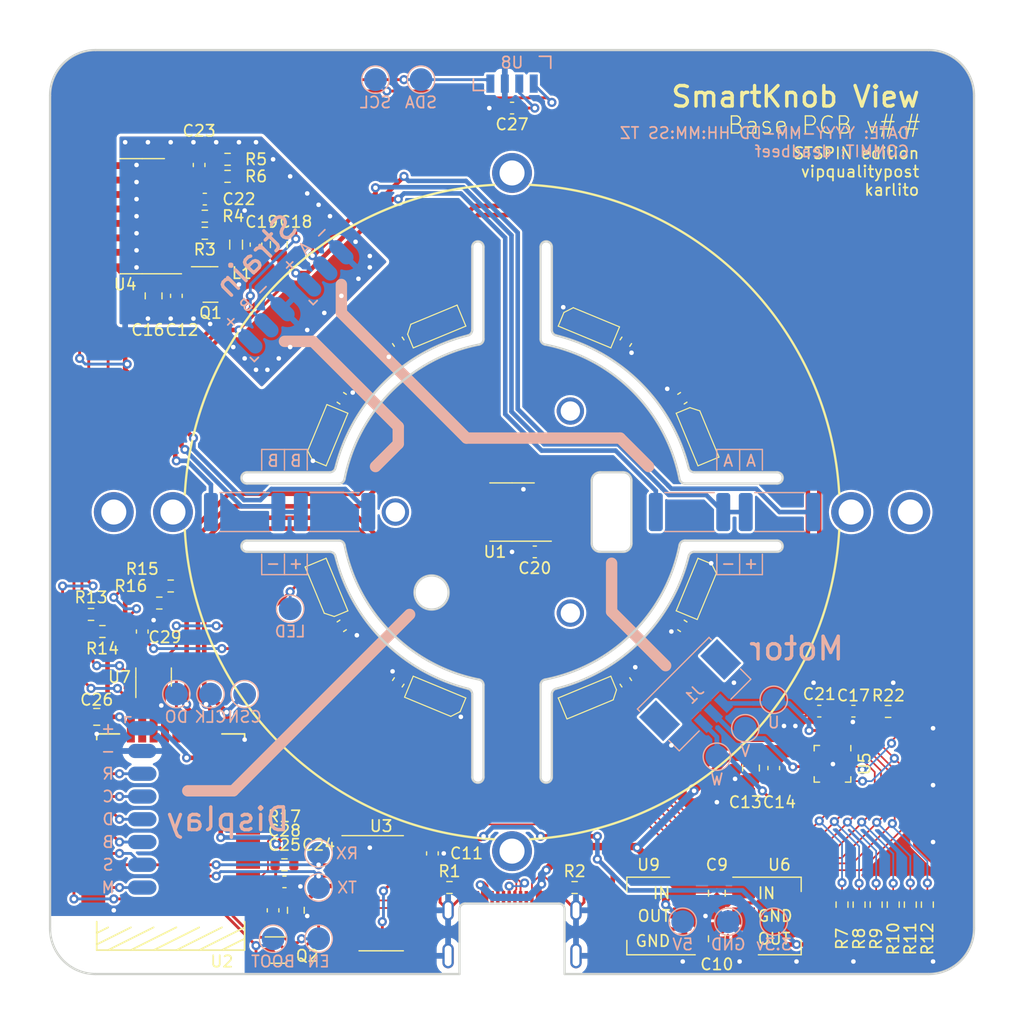
<source format=kicad_pcb>
(kicad_pcb (version 20221018) (generator pcbnew)
  (layers (0 "F.Cu" signal) (31 "B.Cu" signal) (34 "B.Paste" user) (35 "F.Paste" user) (36 "B.SilkS" user "B.Silkscreen") (37 "F.SilkS" user "F.Silkscreen") (38 "B.Mask" user) (39 "F.Mask" user) (44 "Edge.Cuts" user))
  (property "COMMIT_DATE_LONG" "YYYY-MM-DD HH:MM:SS TZ")
  (property "COMMIT_HASH" "deadbeef")
  (property "RELEASE_VERSION" "v#.#")
  (net 0 "")
  (net 1 "GND")
  (net 2 "/DRV_ERR")
  (net 3 "Net-(U4-VBG)")
  (net 4 "Net-(U4-INA+)")
  (net 5 "Net-(U4-INA-)")
  (net 6 "Net-(D1-DOUT)")
  (net 7 "Net-(D2-DOUT)")
  (net 8 "/USB_CC1")
  (net 9 "/USB_D-")
  (net 10 "/USB_D+")
  (net 11 "/USB_CC2")
  (net 12 "/STRAIN_E+")
  (net 13 "Net-(D3-DOUT)")
  (net 14 "Net-(D4-DOUT)")
  (net 15 "Net-(D5-DOUT)")
  (net 16 "Net-(D6-DOUT)")
  (net 17 "Net-(D7-DOUT)")
  (net 19 "/STRAIN_S-")
  (net 20 "/STRAIN_S+")
  (net 21 "/RTS")
  (net 22 "/DTR")
  (net 23 "/ESP32_EN")
  (net 24 "/ESP32_BOOT")
  (net 25 "/USB_SERIAL_RXI")
  (net 26 "/USB_SERIAL_TXO")
  (net 27 "/LED_DATA_5V")
  (net 28 "/LCD_CMD")
  (net 29 "/LCD_CS")
  (net 30 "/LCD_BACKLIGHT")
  (net 31 "/LCD_DATA")
  (net 32 "/LCD_SCK")
  (net 33 "/LCD_RST")
  (net 34 "/MAG_DO")
  (net 35 "/MAG_CLK")
  (net 36 "/MAG_CSN")
  (net 37 "/STRAIN_DO")
  (net 38 "/STRAIN_SCK")
  (net 39 "/LED_DATA_3V3")
  (net 40 "/SDA")
  (net 41 "/SCL")
  (net 42 "GNDA")
  (net 43 "Net-(J1-Pin_1)")
  (net 53 "Net-(J1-Pin_2)")
  (net 54 "Net-(J1-Pin_3)")
  (net 57 "Net-(Q1-C)")
  (net 58 "Net-(Q1-B)")
  (net 59 "Net-(U4-VFB)")
  (net 65 "/V_PWM")
  (net 66 "/W_PWM")
  (net 67 "/U_PWM")
  (net 68 "/U_EN")
  (net 69 "/V_EN")
  (net 70 "/W_EN")
  (net 75 "+5V")
  (net 76 "+3V3")
  (footprint "Capacitor_SMD:C_0603_1608Metric" (layer "F.Cu") (at 90 114.967 56.2)
    (fp_text reference "C2" hide)
    (fp_text value "0.1uF")
  )
  (footprint "Holes:MountingHole_M1.6" (layer "F.Cu") (at 105.125427 91.1225)
    (fp_text reference "H3" hide)
    (fp_text value "MotorHole")
  )
  (footprint "Holes:MountingHole_M1.6" (layer "F.Cu") (at 105.125427 108.877499)
    (fp_text reference "H1" hide)
    (fp_text value "MotorHole")
  )
  (footprint "Holes:MountingHole_M1.6" (layer "F.Cu") (at 89.749146 100)
    (fp_text reference "H2" hide)
    (fp_text value "MotorHole")
  )
  (footprint "Holes:MountingHole_2.2mm_M2_ISO7380_Pad_NonVirtual" (layer "F.Cu") (at 100 129.8)
    (fp_text reference "H4" hide)
    (fp_text value "MountHole")
  )
  (footprint "Holes:MountingHole_2.2mm_M2_ISO7380_Pad_NonVirtual" (layer "F.Cu") (at 70.2 100)
    (fp_text reference "H5" hide)
    (fp_text value "MountHole")
  )
  (footprint "Holes:MountingHole_2.2mm_M2_ISO7380_Pad_NonVirtual" (layer "F.Cu") (at 100 70.2)
    (fp_text reference "H6" hide)
    (fp_text value "MountHole")
  )
  (footprint "sk6812:SK6812-SIDE-A" (layer "F.Cu") (at 91.735336 115.248051 -22.5)
    (fp_text reference "D2" hide)
    (fp_text value "SK6812SIDE-A")
  )
  (footprint "Holes:MountingHole_2.2mm_M2_ISO7380_Pad_NonVirtual" (layer "F.Cu") (at 129.8 100)
    (fp_text reference "H7" hide)
    (fp_text value "MountHole")
  )
  (footprint "Capacitor_SMD:C_0603_1608Metric" (layer "F.Cu") (at 85.033 110 33.7)
    (fp_text reference "C1" hide)
    (fp_text value "0.1uF")
  )
  (footprint "sk6812:SK6812-SIDE-A" (layer "F.Cu") (at 83.374 104.938 -67.5)
    (fp_text reference "D1" hide)
    (fp_text value "SK6812SIDE-A")
  )
  (footprint "GCT_USB:USB4510_NoPaste" (layer "F.Cu") (at 100 140.6)
    (fp_text reference "J2")
    (fp_text value "USB_C_Receptacle_USB2.0")
    (fp_line (start -4.62 0) (end -4.62 -5.7) (stroke (width 0.2)) (layer "Edge.Cuts"))
    (fp_line (start -4.12 -6.2) (end 4.12 -6.2) (stroke (width 0.2)) (layer "Edge.Cuts"))
    (fp_line (start 4.62 0) (end 4.62 -5.7) (stroke (width 0.2)) (layer "Edge.Cuts"))
    (fp_arc (start -4.62 -5.7) (mid -4.473553 -6.053553) (end -4.12 -6.2) (stroke (width 0.2)) (layer "Edge.Cuts"))
    (fp_arc (start 4.12 -6.2) (mid 4.473553 -6.053553) (end 4.62 -5.7) (stroke (width 0.2)) (layer "Edge.Cuts"))
  )
  (footprint "Resistor_SMD:R_0603_1608Metric" (layer "F.Cu") (at 94.5 133 180)
    (fp_text reference "R1")
    (fp_text value "5.1k")
  )
  (footprint "Resistor_SMD:R_0603_1608Metric" (layer "F.Cu") (at 105.5 133)
    (fp_text reference "R2")
    (fp_text value "5.1k")
  )
  (footprint "lilygo_micro32:T-Micro32" (layer "F.Cu") (at 76.5 135 180)
    (fp_text reference "U2")
    (fp_text value "T-Micro32_Plus")
  )
  (footprint "Capacitor_SMD:C_0603_1608Metric" (layer "F.Cu") (at 93 130 -90)
    (fp_text reference "C11")
    (fp_text value "0.1uF")
  )
  (footprint "Capacitor_SMD:C_0805_2012Metric" (layer "F.Cu") (at 121 122.5 -90)
    (fp_text reference "C13")
    (fp_text value "22uF")
  )
  (footprint "Capacitor_SMD:C_0603_1608Metric" (layer "F.Cu") (at 123 122.5 -90)
    (fp_text reference "C14")
    (fp_text value "0.1uF")
  )
  (footprint "Capacitor_SMD:C_0805_2012Metric" (layer "F.Cu") (at 68.5 81 -90)
    (fp_text reference "C16")
    (fp_text value "10uF")
  )
  (footprint "Capacitor_SMD:C_0603_1608Metric" (layer "F.Cu") (at 130 117.5 180)
    (fp_text reference "C17")
    (fp_text value "10n")
  )
  (footprint "Capacitor_SMD:C_0805_2012Metric" (layer "F.Cu") (at 79.5 76.5 90)
    (fp_text reference "C18")
    (fp_text value "10uF")
  )
  (footprint "Capacitor_SMD:C_0603_1608Metric" (layer "F.Cu") (at 73 72.5 180)
    (fp_text reference "C22")
    (fp_text value "0.1uF")
  )
  (footprint "Package_TO_SOT_SMD:SOT-23" (layer "F.Cu") (at 73.5 80)
    (fp_text reference "Q1")
    (fp_text value "MMBT4403")
  )
  (footprint "Resistor_SMD:R_0603_1608Metric" (layer "F.Cu") (at 73 74)
    (fp_text reference "R4")
    (fp_text value "8.2k")
  )
  (footprint "Resistor_SMD:R_0603_1608Metric" (layer "F.Cu") (at 75 70.5)
    (fp_text reference "R5")
    (fp_text value "100")
  )
  (footprint "Modified:SOT-223-3_TabPin2_InGndOut" (layer "F.Cu") (at 123.5 135.5)
    (fp_text reference "U6")
    (fp_text value "AP2114HA-3.3")
  )
  (footprint "Capacitor_SMD:C_0805_2012Metric" (layer "F.Cu") (at 63.5 118 180)
    (fp_text reference "C26")
    (fp_text value "10uF")
  )
  (footprint "Package_TO_SOT_SMD:SOT-363_SC-70-6" (layer "F.Cu") (at 79.5 138.5)
    (fp_text reference "Q2")
    (fp_text value "UMH3N")
  )
  (footprint "view_custom:ViewKeepouts3d" (layer "F.Cu") (at 100 100 90)
    (fp_text reference "Z5" hide)
    (fp_text value "dummy_keepouts")
  )
  (footprint "Package_SO:SOIC-16_3.9x9.9mm_P1.27mm" (layer "F.Cu") (at 88.5 133.5)
    (fp_text reference "U3")
    (fp_text value "CH340C")
  )
  (footprint "Capacitor_SMD:C_0603_1608Metric" (layer "F.Cu") (at 70.5 81 -90)
    (fp_text reference "C12")
    (fp_text value "0.1uF")
  )
  (footprint "Package_TO_SOT_SMD:SOT-23-5" (layer "F.Cu") (at 68.5 114.5 90)
    (fp_text reference "U7")
    (fp_text value "SN74LV1T34DBV")
  )
  (footprint "Capacitor_SMD:C_0603_1608Metric" (layer "F.Cu") (at 90 85.033 -56.3)
    (fp_text reference "C7" hide)
    (fp_text value "0.1uF")
  )
  (footprint "sk6812:SK6812-SIDE-A" (layer "F.Cu") (at 95.062 83.374 -157.5)
    (fp_text reference "D7" hide)
    (fp_text value "SK6812SIDE-A")
  )
  (footprint "sk6812:SK6812-SIDE-A" (layer "F.Cu") (at 84.751949 91.735336 -112.5)
    (fp_text reference "D8" hide)
    (fp_text value "SK6812SIDE-A")
  )
  (footprint "Capacitor_SMD:C_0603_1608Metric" (layer "F.Cu") (at 85.033 90 -33.8)
    (fp_text reference "C8" hide)
    (fp_text value "0.1uF")
  )
  (footprint "Inductor_SMD:L_0805_2012Metric" (layer "F.Cu") (at 75.75 76.5 -90)
    (fp_text reference "L1")
    (fp_text value "3.3uH")
  )
  (footprint "Package_DFN_QFN:VQFN-16-1EP_3x3mm_P0.5mm_EP1.8x1.8mm" (layer "F.Cu") (at 128.1625 122.125 -90)
    (fp_text reference "U5")
    (fp_text value "STSPIN233")
  )
  (footprint "Capacitor_SMD:C_0603_1608Metric" (layer "F.Cu") (at 100 64.5 180)
    (fp_text reference "C27")
    (fp_text value "0.1uF")
  )
  (footprint "Capacitor_SMD:C_0603_1608Metric" (layer "F.Cu") (at 127 117.5 180)
    (fp_text reference "C21")
    (fp_text value "0.1uF")
  )
  (footprint "Resistor_SMD:R_0603_1608Metric" (layer "F.Cu") (at 70 106.5 180)
    (fp_text reference "R16")
    (fp_text value "2.2k")
  )
  (footprint "Package_SO:SOIC-8_3.9x4.9mm_P1.27mm" (layer "F.Cu") (at 100 100 180)
    (fp_text reference "U1")
    (fp_text value "MT6701-CT")
  )
  (footprint "Capacitor_SMD:C_0603_1608Metric" (layer "F.Cu") (at 102 103.5 180)
    (fp_text reference "C20")
    (fp_text value "0.1uF")
  )
  (footprint "Capacitor_SMD:C_0603_1608Metric" (layer "F.Cu") (at 67.5 110.5 90)
    (fp_text reference "C29")
    (fp_text value "0.1uF")
  )
  (footprint "Resistor_SMD:R_0603_1608Metric" (layer "F.Cu") (at 69 108)
    (fp_text reference "R15")
    (fp_text value "2.2k")
  )
  (footprint "Resistor_SMD:R_0603_1608Metric" (layer "F.Cu") (at 64 110.5 180)
    (fp_text reference "R14")
    (fp_text value "2.2k")
  )
  (footprint "Resistor_SMD:R_0603_1608Metric" (layer "F.Cu") (at 63 109 180)
    (fp_text reference "R13")
    (fp_text value "2.2k")
  )
  (footprint "Package_SO:SOIC-16_3.9x9.9mm_P1.27mm" (layer "F.Cu") (at 67.5 74 180)
    (fp_text reference "U4")
    (fp_text value "HX711")
  )
  (footprint "Resistor_SMD:R_0603_1608Metric" (layer "F.Cu") (at 75 69 180)
    (fp_text reference "R6")
    (fp_text value "100")
  )
  (footprint "Capacitor_SMD:C_0603_1608Metric" (layer "F.Cu") (at 77.5 76.5 90)
    (fp_text reference "C19")
    (fp_text value "0.1uF")
  )
  (footprint "Resistor_SMD:R_0603_1608Metric" (layer "F.Cu") (at 73 75.5 180)
    (fp_text reference "R3")
    (fp_text value "10k")
  )
  (footprint "Capacitor_SMD:C_0603_1608Metric" (layer "F.Cu") (at 72.5 69.5 -90)
    (fp_text reference "C23")
    (fp_text value "0.1uF")
  )
  (footprint "Resistor_SMD:R_0603_1608Metric" (layer "F.Cu") (at 129 134.5 -90)
    (fp_text reference "R7")
    (fp_text value "10k")
  )
  (footprint "Resistor_SMD:R_0603_1608Metric" (layer "F.Cu") (at 130.5 134.5 -90)
    (fp_text reference "R8")
    (fp_text value "10k")
  )
  (footprint "Resistor_SMD:R_0603_1608Metric" (layer "F.Cu") (at 136.5 134.5 -90)
    (fp_text reference "R12")
    (fp_text value "10k")
  )
  (footprint "Resistor_SMD:R_0603_1608Metric" (layer "F.Cu") (at 132 134.5 -90)
    (fp_text reference "R9")
    (fp_text value "10k")
  )
  (footprint "Resistor_SMD:R_0603_1608Metric" (layer "F.Cu") (at 133.5 134.5 -90)
    (fp_text reference "R10")
    (fp_text value "10k")
  )
  (footprint "Resistor_SMD:R_0603_1608Metric" (layer "F.Cu") (at 135 134.5 -90)
    (fp_text reference "R11")
    (fp_text value "10k")
  )
  (footprint "Resistor_SMD:R_0603_1608Metric" (layer "F.Cu") (at 80 131 180)
    (fp_text reference "R17")
    (fp_text value "10k")
  )
  (footprint "Capacitor_SMD:C_0603_1608Metric" (layer "F.Cu") (at 80 132.5)
    (fp_text reference "C28")
    (fp_text value "1uF")
  )
  (footprint "Capacitor_SMD:C_0603_1608Metric" (layer "F.Cu") (at 79 135 -90)
    (fp_text reference "C25")
    (fp_text value "0.1uF")
  )
  (footprint "Capacitor_SMD:C_0805_2012Metric" (layer "F.Cu") (at 118 137.5 90)
    (fp_text reference "C10")
    (fp_text value "10uF")
  )
  (footprint "Capacitor_SMD:C_0805_2012Metric" (layer "F.Cu") (at 118 133.5 -90)
    (fp_text reference "C9")
    (fp_text value "10uF")
  )
  (footprint "BOM_Only:bom_only_no_pin" (layer "F.Cu") (at 120.4 71.8)
    (fp_text reference "Z6")
    (fp_text value "RotorScrew (BOM-only)")
  )
  (footprint "BOM_Only:bom_only_no_pin" (layer "F.Cu") (at 121.9 71.8)
    (fp_text reference "Z7")
    (fp_text value "RotorScrew (BOM-only)")
  )
  (footprint "BOM_Only:bom_only_no_pin" (layer "F.Cu") (at 123.4 71.8)
    (fp_text reference "Z8")
    (fp_text value "RotorScrew (BOM-only)")
  )
  (footprint "BOM_Only:bom_only_no_pin" (layer "F.Cu") (at 120.4 71.8)
    (fp_text reference "Z9")
    (fp_text value "WatchGlass39.5mm")
  )
  (footprint "BOM_Only:bom_only_no_pin" (layer "F.Cu") (at 121.9 71.8)
    (fp_text reference "Z10")
    (fp_text value "BLDCMotor")
  )
  (footprint "Holes:MountingHole_2.2mm_M2_ISO7380_Pad_NonVirtual" (layer "F.Cu") (at 135 100)
    (fp_text reference "H8" hide)
    (fp_text value "AlignmentHole")
  )
  (footprint "Holes:MountingHole_2.2mm_M2_ISO7380_Pad_NonVirtual" (layer "F.Cu") (at 65 100)
    (fp_text reference "H9" hide)
    (fp_text value "AlignmentHole")
  )
  (footprint "Capacitor_SMD:C_0805_2012Metric" (layer "F.Cu") (at 81 135 -90)
    (fp_text reference "C24")
    (fp_text value "10uF")
  )
  (footprint "Capacitor_SMD:C_0603_1608Metric" (layer "F.Cu") (at 114.967 90 -146.3)
    (fp_text reference "C5" hide)
    (fp_text value "0.1uF")
  )
  (footprint "sk6812:SK6812-SIDE-A" (layer "F.Cu") (at 116.626 95.062 112.5)
    (fp_text reference "D5" hide)
    (fp_text value "SK6812SIDE-A")
  )
  (footprint "Resistor_SMD:R_0603_1608Metric" (layer "F.Cu") (at 133.05 117.525 180)
    (fp_text reference "R22")
    (fp_text value "18k")
  )
  (footprint "Capacitor_SMD:C_0603_1608Metric" (layer "F.Cu") (at 110 114.967 123.7)
    (fp_text reference "C3" hide)
    (fp_text value "0.1uF")
  )
  (footprint "Modified:SOT-223-3_TabPin2_GndOutIn" (layer "F.Cu") (at 112 135.5 180)
    (fp_text reference "U9")
    (fp_text value "TS1117BCW33_RPG")
  )
  (footprint "Capacitor_SMD:C_0603_1608Metric" (layer "F.Cu") (at 110 85.033 -123.8)
    (fp_text reference "C6" hide)
    (fp_text value "0.1uF")
  )
  (footprint "sk6812:SK6812-SIDE-A" (layer "F.Cu") (at 108.264664 84.751949 157.5)
    (fp_text reference "D6" hide)
    (fp_text value "SK6812SIDE-A")
  )
  (footprint "sk6812:SK6812-SIDE-A" (layer "F.Cu") (at 115.248051 108.264664 67.5)
    (fp_text reference "D4" hide)
    (fp_text value "SK6812SIDE-A")
  )
  (footprint "Capacitor_SMD:C_0603_1608Metric" (layer "F.Cu") (at 114.967 110 146.2)
    (fp_text reference "C4" hide)
    (fp_text value "0.1uF")
  )
  (footprint "sk6812:SK6812-SIDE-A" (layer "F.Cu") (at 104.938 116.626 22.5)
    (fp_text reference "D3" hide)
    (fp_text value "SK6812SIDE-A")
  )
  (footprint "SolderPads:SolderPads_2mm_8" (layer "B.Cu") (at 67.5 119 -90)
    (fp_text reference "J3" hide)
    (fp_text value "LCD")
  )
  (footprint "SolderPads:SolderPads_2mm_3_STRAIN" (layer "B.Cu") (at 82.171573 80 45)
    (fp_text reference "J4" hide)
    (fp_text value "A")
  )
  (footprint "VEML7700:VEML7700-TOP" (layer "B.Cu") (at 100 61 180)
    (fp_text reference "U8")
    (fp_text value "VEML7700")
  )
  (footprint "SolderPads:SolderPads_2mm_3_STRAIN" (layer "B.Cu") (at 77 85 45)
    (fp_text reference "J5" hide)
    (fp_text value "B")
  )
  (footprint "Molex:532610371" (layer "B.Cu") (at 116.816 118.584 45)
    (fp_text reference "J1")
    (fp_text value "BLDC")
  )
  (footprint "Modified:TestPoint_Pad_D2.0mm_ValueSilk" (layer "B.Cu") (at 115 136)
    (fp_text reference "TP1" hide)
    (fp_text value "5V" hide)
  )
  (footprint "Modified:TestPoint_Pad_D2.0mm_ValueSilk" (layer "B.Cu") (at 123 136)
    (fp_text reference "TP2" hide)
    (fp_text value "3.3v" hide)
  )
  (footprint "Modified:TestPoint_Pad_D2.0mm_ValueSilk" (layer "B.Cu") (at 119 136)
    (fp_text reference "TP3" hide)
    (fp_text value "GND" hide)
  )
  (footprint "Modified:TestPoint_Pad_D2.0mm_ValueSilk" (layer "B.Cu") (at 92 62)
    (fp_text reference "TP4" hide)
    (fp_text value "SDA" hide)
  )
  (footprint "Modified:TestPoint_Pad_D2.0mm_ValueSilk" (layer "B.Cu") (at 88 62)
    (fp_text reference "TP5" hide)
    (fp_text value "SCL" hide)
  )
  (footprint "Modified:TestPoint_Pad_D2.0mm_ValueSilk" (layer "B.Cu") (at 123 116.5)
    (fp_text reference "TP6" hide)
    (fp_text value "U" hide)
  )
  (footprint "Modified:TestPoint_Pad_D2.0mm_ValueSilk" (layer "B.Cu") (at 120.5 119)
    (fp_text reference "TP7" hide)
    (fp_text value "V" hide)
  )
  (footprint "Modified:TestPoint_Pad_D2.0mm_ValueSilk" (layer "B.Cu") (at 118 121.5)
    (fp_text reference "TP8" hide)
    (fp_text value "W" hide)
  )
  (footprint "Modified:TestPoint_Pad_D2.0mm_ValueSilk" (layer "B.Cu") (at 76.5 116)
    (fp_text reference "TP9" hide)
    (fp_text value "CSN" hide)
  )
  (footprint "Modified:TestPoint_Pad_D2.0mm_ValueSilk" (layer "B.Cu") (at 70.5 116)
    (fp_text reference "TP11" hide)
    (fp_text value "DO" hide)
  )
  (footprint "Modified:TestPoint_Pad_D2.0mm_ValueSilk" (layer "B.Cu") (at 80.5 108.5)
    (fp_text reference "TP12" hide)
    (fp_text value "LED" hide)
  )
  (footprint "Modified:TestPoint_Pad_D2.0mm_ValueSilk" (layer "B.Cu") (at 73.5 116)
    (fp_text reference "TP10" hide)
    (fp_text value "CLK" hide)
  )
  (footprint "Modified:TestPoint_Pad_D2.0mm_ValueSilk" (layer "B.Cu") (at 83 137.5)
    (fp_text reference "TP13" hide)
    (fp_text value "EN" hide)
  )
  (footprint "Modified:TestPoint_Pad_D2.0mm_ValueSilk" (layer "B.Cu") (at 79 137.5)
    (fp_text reference "TP14" hide)
    (fp_text value "BOOT" hide)
  )
  (footprint "Modified:TestPoint_Pad_D2.0mm_ValueSilk" (layer "B.Cu") (at 83 133 180)
    (fp_text reference "TP15" hide)
    (fp_text value "TX" hide)
  )
  (footprint "Modified:TestPoint_Pad_D2.0mm_ValueSilk" (layer "B.Cu") (at 83 130 180)
    (fp_text reference "TP16" hide)
    (fp_text value "RX" hide)
  )
  (footprint "Resistor_SMD:R_2512_6332Metric" (layer "B.Cu") (at 123.5 100 180)
    (fp_text reference "R18" hide)
    (fp_text value "330")
  )
  (footprint "NetTie:NetTie-2_SMD_Pad0.5mm" (layer "B.Cu") (at 66 83.6 -90)
    (fp_text reference "NT1" hide)
    (fp_text value "NetTie_2")
  )
  (footprint "Resistor_SMD:R_2512_6332Metric" (layer "B.Cu") (at 76.5 100)
    (fp_text reference "R21" hide)
    (fp_text value "330")
  )
  (footprint "Resistor_SMD:R_2512_6332Metric" (layer "B.Cu") (at 115.6 100 180)
    (fp_text reference "R19" hide)
    (fp_text value "330")
  )
  (footprint "Resistor_SMD:R_2512_6332Metric" (layer "B.Cu") (at 84.4 100)
    (fp_text reference "R20" hide)
    (fp_text value "330")
  )
  (gr_line (start 78 96.3) (end 78 94.5) (stroke (width 0.12)) (layer "B.SilkS"))
  (gr_line (start 78 103.7) (end 78 105.5) (stroke (width 0.12)) (layer "B.SilkS"))
  (gr_line (start 80 96.3) (end 80 94.5) (stroke (width 0.12)) (layer "B.SilkS"))
  (gr_line (start 82 105.5) (end 82 103.7) (stroke (width 0.12)) (layer "B.SilkS"))
  (gr_line (start 78 105.5) (end 82 105.5) (stroke (width 0.12)) (layer "B.SilkS"))
  (gr_line (start 78 94.5) (end 82 94.5) (stroke (width 0.12)) (layer "B.SilkS"))
  (gr_line (start 82 94.5) (end 82 96.3) (stroke (width 0.12)) (layer "B.SilkS"))
  (gr_line (start 80 105.5) (end 80 103.7) (stroke (width 0.12)) (layer "B.SilkS"))
  (gr_line (start 90 94) (end 90 92.5) (stroke (width 1)) (layer "B.SilkS"))
  (gr_line (start 96 93.5) (end 85 82.5) (stroke (width 1)) (layer "B.SilkS"))
  (gr_line (start 75.5 124.5) (end 71.5 124.5) (stroke (width 1)) (layer "B.SilkS"))
  (gr_line (start 118 96.3) (end 118 94.5) (stroke (width 0.12)) (layer "B.SilkS"))
  (gr_line (start 118 94.5) (end 122 94.5) (stroke (width 0.12)) (layer "B.SilkS"))
  (gr_line (start 88 96) (end 90 94) (stroke (width 1)) (layer "B.SilkS"))
  (gr_line (start 122 94.5) (end 122 96.3) (stroke (width 0.12)) (layer "B.SilkS"))
  (gr_line (start 109.5 93.5) (end 96 93.5) (stroke (width 1)) (layer "B.SilkS"))
  (gr_line (start 90 92.5) (end 82.5 85) (stroke (width 1)) (layer "B.SilkS"))
  (gr_line (start 112 96) (end 109.5 93.5) (stroke (width 1)) (layer "B.SilkS"))
  (gr_line (start 108.75 104.5) (end 108.75 108.75) (stroke (width 1)) (layer "B.SilkS"))
  (gr_line (start 120 96.3) (end 120 94.5) (stroke (width 0.12)) (layer "B.SilkS"))
  (gr_line (start 108.75 108.75) (end 113.5 113.5) (stroke (width 1)) (layer "B.SilkS"))
  (gr_line (start 118 103.7) (end 118 105.5) (stroke (width 0.12)) (layer "B.SilkS"))
  (gr_line (start 122 105.5) (end 122 103.7) (stroke (width 0.12)) (layer "B.SilkS"))
  (gr_line (start 85 82.5) (end 85 80) (stroke (width 1)) (layer "B.SilkS"))
  (gr_line (start 120 105.5) (end 120 103.7) (stroke (width 0.12)) (layer "B.SilkS"))
  (gr_line (start 91 109) (end 75.5 124.5) (stroke (width 1)) (layer "B.SilkS"))
  (gr_line (start 82.5 85) (end 80 85) (stroke (width 1)) (layer "B.SilkS"))
  (gr_line (start 118 105.5) (end 122 105.5) (stroke (width 0.12)) (layer "B.SilkS"))
  (gr_arc (start 98.452153 128.758375) (mid 79.64214 120.371488) (end 71.242667 101.567092) (stroke (width 0.2)) (layer "F.SilkS"))
  (gr_arc (start 128.758375 101.547847) (mid 120.371488 120.35786) (end 101.567092 128.757333) (stroke (width 0.2)) (layer "F.SilkS"))
  (gr_arc (start 101.547847 71.241625) (mid 120.35786 79.628512) (end 128.757333 98.432908) (stroke (width 0.2)) (layer "F.SilkS"))
  (gr_arc (start 71.241625 98.452153) (mid 79.628512 79.64214) (end 98.432908 71.242667) (stroke (width 0.2)) (layer "F.SilkS"))
  (gr_line (start 84.793094 102.499999) (end 76.709801 102.499999) (stroke (width 0.2)) (layer "Edge.Cuts"))
  (gr_line (start 96.5 116.00781) (end 96.5 123.290199) (stroke (width 0.2)) (layer "Edge.Cuts"))
  (gr_line (start 97.5 123.290199) (end 97.500001 115.206906) (stroke (width 0.2)) (layer "Edge.Cuts"))
  (gr_arc (start 103.499999 116.00781) (mid 103.605914 115.700081) (end 103.878787 115.522725) (stroke (width 0.2)) (layer "Edge.Cuts"))
  (gr_arc (start 97.5 123.290199) (mid 97 123.790199) (end 96.5 123.290199) (stroke (width 0.2)) (layer "Edge.Cuts"))
  (gr_arc (start 114.71636 102.903226) (mid 110.606601 110.606601) (end 102.903225 114.71636) (stroke (width 0.2)) (layer "Edge.Cuts"))
  (gr_arc (start 114.716361 102.903226) (mid 114.889406 102.613745) (end 115.206906 102.5) (stroke (width 0.2)) (layer "Edge.Cuts"))
  (gr_arc (start 115.522725 103.878788) (mid 111.313708 111.313709) (end 103.878787 115.522725) (stroke (width 0.2)) (layer "Edge.Cuts"))
  (gr_arc (start 110.499999 102.75) (mid 110.280329 103.28033) (end 109.749999 103.5) (stroke (width 0.2)) (layer "Edge.Cuts"))
  (gr_arc (start 115.522726 103.878787) (mid 115.700082 103.605915) (end 116.00781 103.5) (stroke (width 0.2)) (layer "Edge.Cuts"))
  (gr_line (start 110.499999 102.75) (end 110.499999 97.250001) (stroke (width 0.2)) (layer "Edge.Cuts"))
  (gr_arc (start 123.290199 96.500001) (mid 123.790199 97.000001) (end 123.290199 97.500001) (stroke (width 0.2)) (layer "Edge.Cuts"))
  (gr_arc (start 103.499999 123.290199) (mid 102.999999 123.790199) (end 102.499999 123.290199) (stroke (width 0.2)) (layer "Edge.Cuts"))
  (gr_line (start 103.499999 123.290199) (end 103.499999 116.00781) (stroke (width 0.2)) (layer "Edge.Cuts"))
  (gr_arc (start 109.749999 96.500001) (mid 110.280329 96.719671) (end 110.499999 97.250001) (stroke (width 0.2)) (layer "Edge.Cuts"))
  (gr_line (start 109.749999 96.500001) (end 107.749999 96.500001) (stroke (width 0.2)) (layer "Edge.Cuts"))
  (gr_arc (start 106.999999 97.250001) (mid 107.219669 96.719671) (end 107.749999 96.500001) (stroke (width 0.2)) (layer "Edge.Cuts"))
  (gr_line (start 106.999999 97.250001) (end 106.999999 102.75) (stroke (width 0.2)) (layer "Edge.Cuts"))
  (gr_circle (center 92.928933 107.071067) (end 94.428933 107.071067) (stroke (width 0.2)) (fill none) (layer "Edge.Cuts"))
  (gr_line (start 116.00781 103.5) (end 123.290199 103.5) (stroke (width 0.2)) (layer "Edge.Cuts"))
  (gr_arc (start 107.749999 103.5) (mid 107.219669 103.28033) (end 106.999999 102.75) (stroke (width 0.2)) (layer "Edge.Cuts"))
  (gr_arc (start 102.903226 85.28364) (mid 110.606601 89.393399) (end 114.71636 97.096775) (stroke (width 0.2)) (layer "Edge.Cuts"))
  (gr_line (start 115.206906 97.500001) (end 123.290199 97.500001) (stroke (width 0.2)) (layer "Edge.Cuts"))
  (gr_arc (start 96.121212 115.522725) (mid 88.686291 111.313708) (end 84.477275 103.878787) (stroke (width 0.2)) (layer "Edge.Cuts"))
  (gr_arc (start 115.206906 97.500002) (mid 114.889405 97.386257) (end 114.71636 97.096775) (stroke (width 0.2)) (layer "Edge.Cuts"))
  (gr_arc (start 102.499998 115.206906) (mid 102.613743 114.889405) (end 102.903225 114.71636) (stroke (width 0.2)) (layer "Edge.Cuts"))
  (gr_arc (start 140.6 136.599999) (mid 139.428427 139.428426) (end 136.6 140.599999) (stroke (width 0.2)) (layer "Edge.Cuts"))
  (gr_line (start 123.290199 102.5) (end 115.206906 102.5) (stroke (width 0.2)) (layer "Edge.Cuts"))
  (gr_arc (start 76.709801 103.499999) (mid 76.209801 102.999999) (end 76.709801 102.499999) (stroke (width 0.2)) (layer "Edge.Cuts"))
  (gr_arc (start 97.096774 114.71636) (mid 89.393399 110.606601) (end 85.28364 102.903225) (stroke (width 0.2)) (layer "Edge.Cuts"))
  (gr_arc (start 83.99219 103.499999) (mid 84.299919 103.605914) (end 84.477275 103.878787) (stroke (width 0.2)) (layer "Edge.Cuts"))
  (gr_arc (start 97.096774 114.71636) (mid 97.386256 114.889405) (end 97.500001 115.206906) (stroke (width 0.2)) (layer "Edge.Cuts"))
  (gr_line (start 76.709801 103.499999) (end 83.99219 103.499999) (stroke (width 0.2)) (layer "Edge.Cuts"))
  (gr_line (start 102.499999 115.206906) (end 102.499999 123.290199) (stroke (width 0.2)) (layer "Edge.Cuts"))
  (gr_arc (start 84.793094 102.499998) (mid 85.110595 102.613743) (end 85.28364 102.903225) (stroke (width 0.2)) (layer "Edge.Cuts"))
  (gr_line (start 107.749999 103.5) (end 109.749999 103.5) (stroke (width 0.2)) (layer "Edge.Cuts"))
  (gr_arc (start 102.903226 85.283639) (mid 102.613745 85.110594) (end 102.5 84.793094) (stroke (width 0.2)) (layer "Edge.Cuts"))
  (gr_line (start 123.290199 96.500001) (end 116.00781 96.500001) (stroke (width 0.2)) (layer "Edge.Cuts"))
  (gr_arc (start 123.290199 102.5) (mid 123.790199 103) (end 123.290199 103.5) (stroke (width 0.2)) (layer "Edge.Cuts"))
  (gr_arc (start 96.121213 115.522726) (mid 96.394085 115.700082) (end 96.5 116.00781) (stroke (width 0.2)) (layer "Edge.Cuts"))
  (gr_arc (start 59.400001 63.4) (mid 60.571574 60.571573) (end 63.400001 59.4) (stroke (width 0.2)) (layer "Edge.Cuts"))
  (gr_arc (start 136.6 59.4) (mid 139.428427 60.571573) (end 140.6 63.4) (stroke (width 0.2)) (layer "Edge.Cuts"))
  (gr_line (start 59.400001 136.599999) (end 59.400001 63.4) (stroke (width 0.2)) (layer "Edge.Cuts"))
  (gr_line (start 136.6 140.599999) (end 104.619999 140.6) (stroke (width 0.2)) (layer "Edge.Cuts"))
  (gr_line (start 95.38 140.6) (end 63.400001 140.599999) (stroke (width 0.2)) (layer "Edge.Cuts"))
  (gr_arc (start 63.400001 140.599999) (mid 60.571574 139.428426) (end 59.400001 136.599999) (stroke (width 0.2)) (layer "Edge.Cuts"))
  (gr_line (start 140.6 63.4) (end 140.6 136.599999) (stroke (width 0.2)) (layer "Edge.Cuts"))
  (gr_line (start 63.400001 59.4) (end 136.6 59.4) (stroke (width 0.2)) (layer "Edge.Cuts"))
  (gr_arc (start 97.500002 84.793094) (mid 97.386257 85.110595) (end 97.096775 85.28364) (stroke (width 0.2)) (layer "Edge.Cuts"))
  (gr_arc (start 103.878788 84.477275) (mid 111.313709 88.686292) (end 115.522725 96.121213) (stroke (width 0.2)) (layer "Edge.Cuts"))
  (gr_arc (start 103.878787 84.477274) (mid 103.605915 84.299918) (end 103.5 83.99219) (stroke (width 0.2)) (layer "Edge.Cuts"))
  (gr_arc (start 102.5 76.709801) (mid 103 76.209801) (end 103.5 76.709801) (stroke (width 0.2)) (layer "Edge.Cuts"))
  (gr_line (start 83.99219 96.5) (end 76.709801 96.5) (stroke (width 0.2)) (layer "Edge.Cuts"))
  (gr_line (start 102.5 76.709801) (end 102.5 84.793094) (stroke (width 0.2)) (layer "Edge.Cuts"))
  (gr_arc (start 116.00781 96.500001) (mid 115.700081 96.394086) (end 115.522725 96.121213) (stroke (width 0.2)) (layer "Edge.Cuts"))
  (gr_arc (start 85.28364 97.096774) (mid 89.393399 89.393399) (end 97.096775 85.28364) (stroke (width 0.2)) (layer "Edge.Cuts"))
  (gr_line (start 96.500001 76.709801) (end 96.500001 83.99219) (stroke (width 0.2)) (layer "Edge.Cuts"))
  (gr_line (start 103.5 83.99219) (end 103.5 76.709801) (stroke (width 0.2)) (layer "Edge.Cuts"))
  (gr_line (start 76.709801 97.5) (end 84.793094 97.5) (stroke (width 0.2)) (layer "Edge.Cuts"))
  (gr_arc (start 96.500001 83.99219) (mid 96.394086 84.299919) (end 96.121213 84.477275) (stroke (width 0.2)) (layer "Edge.Cuts"))
  (gr_arc (start 84.477275 96.121212) (mid 88.686292 88.686291) (end 96.121213 84.477275) (stroke (width 0.2)) (layer "Edge.Cuts"))
  (gr_arc (start 76.709801 97.5) (mid 76.209801 97) (end 76.709801 96.5) (stroke (width 0.2)) (layer "Edge.Cuts"))
  (gr_arc (start 85.283638 97.096775) (mid 85.110593 97.386256) (end 84.793094 97.5) (stroke (width 0.2)) (layer "Edge.Cuts"))
  (gr_line (start 97.500001 84.793094) (end 97.500001 76.709801) (stroke (width 0.2)) (layer "Edge.Cuts"))
  (gr_arc (start 96.500001 76.709801) (mid 97.000001 76.209801) (end 97.500001 76.709801) (stroke (width 0.2)) (layer "Edge.Cuts"))
  (gr_arc (start 84.477274 96.121213) (mid 84.299918 96.394085) (end 83.99219 96.5) (stroke (width 0.2)) (layer "Edge.Cuts"))
  (gr_text "B" (at 79 95.5) (layer "B.SilkS") (effects (font (size 1 1)) (justify mirror)))
  (gr_text "B" (at 81 95.5) (layer "B.SilkS") (effects (font (size 1 1)) (justify mirror)))
  (gr_text "-" (at 79 104.5) (layer "B.SilkS") (effects (font (size 1 1)) (justify mirror)))
  (gr_text "+" (at 81 104.5) (layer "B.SilkS") (effects (font (size 1 1)) (justify mirror)))
  (gr_text "Motor" (at 125 112) (layer "B.SilkS") (effects (font (size 2 2) (thickness 0.3)) (justify mirror)))
  (gr_text "Display" (at 75 127) (layer "B.SilkS") (effects (font (size 2 2) (thickness 0.3)) (justify mirror)))
  (gr_text "S" (at 64.5 131) (layer "B.SilkS") (effects (font (size 1 1)) (justify mirror)))
  (gr_text "C" (at 64.5 125) (layer "B.SilkS") (effects (font (size 1 1)) (justify mirror)))
  (gr_text "M" (at 64.5 133) (layer "B.SilkS") (effects (font (size 1 1)) (justify mirror)))
  (gr_text "DATE: ${COMMIT_DATE_LONG}\nCOMMIT: ${COMMIT_HASH}\n" (at 135 67.5) (layer "B.SilkS") (effects (font (size 1 1)) (justify left mirror)))
  (gr_text "+" (at 121 104.5) (layer "B.SilkS") (effects (font (size 1 1)) (justify mirror)))
  (gr_text "A" (at 121 95.5) (layer "B.SilkS") (effects (font (size 1 1)) (justify mirror)))
  (gr_text "+" (at 64.5 119) (layer "B.SilkS") (effects (font (size 1 1)) (justify mirror)))
  (gr_text "R" (at 64.5 123) (layer "B.SilkS") (effects (font (size 1 1)) (justify mirror)))
  (gr_text "B" (at 64.5 129) (layer "B.SilkS") (effects (font (size 1 1)) (justify mirror)))
  (gr_text "A" (at 119 95.5) (layer "B.SilkS") (effects (font (size 1 1)) (justify mirror)))
  (gr_text "-" (at 119 104.5) (layer "B.SilkS") (effects (font (size 1 1)) (justify mirror)))
  (gr_text "D" (at 64.5 127) (layer "B.SilkS") (effects (font (size 1 1)) (justify mirror)))
  (gr_text "-" (at 64.5 121) (layer "B.SilkS") (effects (font (size 1 1)) (justify mirror)))
  (gr_text "Strain" (at 77.5 77.5 45) (layer "B.SilkS") (effects (font (size 2 2) (thickness 0.3)) (justify mirror)))
  (gr_text "Base PCB ${RELEASE_VERSION}" (at 136 66) (layer "F.SilkS") (effects (font (size 1.5 1.5) (thickness 0.12)) (justify right)))
  (gr_text "STSPIN edition\nvipqualitypost\nkarlito" (at 135.875 72.275) (layer "F.SilkS") (effects (font (size 1 1)) (justify right bottom)))
  (gr_text "SmartKnob View" (at 136 63.5) (layer "F.SilkS") (effects (font (size 1.8 1.8) (thickness 0.3)) (justify right)))
  (segment (start 104.938698 82.438698) (end 104.5 82) (width 0.25) (layer "F.Cu") (net 1))
  (segment (start 114.322987 109.568871) (end 114.322987 110.177013) (width 0.25) (layer "F.Cu") (net 1))
  (segment (start 104.938698 83.374289) (end 104.938698 82.438698) (width 0.25) (layer "F.Cu") (net 1))
  (segment (start 114.322987 110.177013) (end 114 110.5) (width 0.25) (layer "F.Cu") (net 1))
  (segment (start 108.263966 115.24834) (end 108.643892 115.24834) (width 0.25) (layer "F.Cu") (net 1))
  (segment (start 108.643892 115.24834) (end 109.569996 114.322236) (width 0.25) (layer "F.Cu") (net 1))
  (segment (start 110.145089 114.322236) (end 110.828626 113.638699) (width 0.25) (layer "F.Cu") (net 1))
  (segment (start 109.569996 114.322236) (end 110.145089 114.322236) (width 0.25) (layer "F.Cu") (net 1))
  (segment (start 101.095 98.095) (end 101 98) (width 0.25) (layer "F.Cu") (net 1))
  (segment (start 101.225 103.5) (end 100 103.5) (width 0.25) (layer "F.Cu") (net 1))
  (segment (start 102.475 98.095) (end 101.095 98.095) (width 0.25) (layer "F.Cu") (net 1))
  (segment (start 62.55 118) (end 62.55 118.55) (width 0.65) (layer "F.Cu") (net 1))
  (segment (start 95.061302 116.625711) (end 95.061302 117.561302) (width 0.25) (layer "F.Cu") (net 1))
  (segment (start 93 130.775) (end 93.225 130.775) (width 0.25) (layer "F.Cu") (net 1))
  (segment (start 89.854911 85.677764) (end 89.171374 86.361301) (width 0.25) (layer "F.Cu") (net 1))
  (segment (start 81 135.95) (end 81.55 135.95) (width 0.25) (layer "F.Cu") (net 1))
  (segment (start 69.45 116.72501) (end 69.17501 117) (width 0.25) (layer "F.Cu") (net 1))
  (segment (start 93.675 133) (end 93.675 134.295) (width 0.25) (layer "F.Cu") (net 1))
  (segment (start 126.675 122.875) (end 125.875 122.875) (width 0.15) (layer "F.Cu") (net 1))
  (segment (start 89.822987 114.322987) (end 89.5 114) (width 0.25) (layer "F.Cu") (net 1))
  (segment (start 126.225 117.5) (end 126.2 117.5) (width 0.25) (layer "F.Cu") (net 1))
  (segment (start 116.625711 104.938698) (end 117.061302 104.938698) (width 0.25) (layer "F.Cu") (net 1))
  (segment (start 127.25 124.425) (end 126.9 124.425) (width 0.15) (layer "F.Cu") (net 1))
  (segment (start 104.47 133.85) (end 105.62 135) (width 0.25) (layer "F.Cu") (net 1))
  (segment (start 127.4125 123.6125) (end 127.4125 122.875) (width 0.15) (layer "F.Cu") (net 1))
  (segment (start 117.061302 104.938698) (end 117.5 104.5) (width 0.25) (layer "F.Cu") (net 1))
  (segment (start 114.322236 89.854911) (end 113.638699 89.171374) (width 0.25) (layer "F.Cu") (net 1))
  (segment (start 125.875 122.875) (end 125.7 123.05) (width 0.15) (layer "F.Cu") (net 1))
  (segment (start 85.677764 110.145089) (end 86.361301 110.828626) (width 0.25) (layer "F.Cu") (net 1))
  (segment (start 95.061302 117.561302) (end 95.5 118) (width 0.25) (layer "F.Cu") (net 1))
  (segment (start 106.325 133) (end 106.325 134.295) (width 0.25) (layer "F.Cu") (net 1))
  (segment (start 91.736034 84.75166) (end 91.356108 84.75166) (width 0.25) (layer "F.Cu") (net 1))
  (segment (start 85.677013 90.431129) (end 85.677013 89.822987) (width 0.25) (layer "F.Cu") (net 1))
  (segment (start 80.825 135.775) (end 81 135.95) (width 0.25) (layer "F.Cu") (net 1))
  (segment (start 128.2 122.1625) (end 128.1625 122.125) (width 0.15) (layer "F.Cu") (net 1))
  (segment (start 115.24834 91.356108) (end 114.322236 90.430004) (width 0.25) (layer "F.Cu") (net 1))
  (segment (start 126.2 117.5) (end 124.9 118.8) (width 0.25) (layer "F.Cu") (net 1))
  (segment (start 127.4125 124.2625) (end 127.25 124.425) (width 0.15) (layer "F.Cu") (net 1))
  (segment (start 90.430004 85.677764) (end 89.854911 85.677764) (width 0.25) (layer "F.Cu") (net 1))
  (segment (start 76.5 135) (end 78.225 135) (width 0.25) (layer "F.Cu") (net 1))
  (segment (start 96.8 133.85) (end 95.53 133.85) (width 0.25) (layer "F.Cu") (net 1))
  (segment (start 84.75166 108.263966) (end 84.75166 108.643892) (width 0.25) (layer "F.Cu") (net 1))
  (segment (start 126.9 124.425) (end 126.725 124.25) (width 0.15) (layer "F.Cu") (net 1))
  (segment (start 81.55 135.95) (end 82 135.5) (width 0.25) (layer "F.Cu") (net 1))
  (segment (start 127.9125 121.875) (end 128.1625 122.125) (width 0.15) (layer "F.Cu") (net 1))
  (segment (start 129.225 117.725) (end 129.95 118.45) (width 0.25) (layer "F.Cu") (net 1))
  (segment (start 129.225 117.5) (end 129.225 117.725) (width 0.25) (layer "F.Cu") (net 1))
  (segment (start 86.025 129.055) (end 87.055 129.055) (width 0.25) (layer "F.Cu") (net 1))
  (segment (start 80.775 132.5) (end 81.000001 132.500001) (width 0.25) (layer "F.Cu") (net 1))
  (segment (start 114.322236 90.430004) (end 114.322236 89.854911) (width 0.25) (layer "F.Cu") (net 1))
  (segment (start 63.5 135) (end 65 135) (width 0.25) (layer "F.Cu") (net 1))
  (segment (start 67.775 109.725) (end 68 109.5) (width 0.25) (layer "F.Cu") (net 1))
  (segment (start 68 109.5) (end 68.5 109.5) (width 0.25) (layer "F.Cu") (net 1))
  (segment (start 83.374289 95.061302) (end 82.938698 95.061302) (width 0.25) (layer "F.Cu") (net 1))
  (segment (start 127.4125 120.0375) (end 127.275 119.9) (width 0.15) (layer "F.Cu") (net 1))
  (segment (start 76.5 121) (end 76.5 120) (width 0.25) (layer "F.Cu") (net 1))
  (segment (start 127.4125 123.6125) (end 127.4125 124.2625) (width 0.15) (layer "F.Cu") (net 1))
  (segment (start 128.1875 122.15) (end 128.2 122.15) (width 0.15) (layer "F.Cu") (net 1))
  (segment (start 119.6 123.45) (end 121 123.45) (width 0.65) (layer "F.Cu") (net 1))
  (segment (start 69.45 115.1) (end 69.45 116.72501) (width 0.25) (layer "F.Cu") (net 1))
  (segment (start 93.225 130.775) (end 94 130) (width 0.25) (layer "F.Cu") (net 1))
  (segment (start 127.4125 120.6375) (end 127.4125 121.375) (width 0.15) (layer "F.Cu") (net 1))
  (segment (start 90.431129 114.322987) (end 89.822987 114.322987) (width 0.25) (layer "F.Cu") (net 1))
  (segment (start 115.24834 91.736034) (end 115.24834 91.356108) (width 0.25) (layer "F.Cu") (net 1))
  (segment (start 79 135.775) (end 80.825 135.775) (width 0.25) (layer "F.Cu") (net 1))
  (segment (start 81.000001 132.500001) (end 81.4 132.9) (width 0.25) (layer "F.Cu") (net 1))
  (segment (start 99.225 64.5) (end 98 64.5) (width 0.25) (layer "F.Cu") (net 1))
  (segment (start 91.356108 84.75166) (end 90.430004 85.677764) (width 0.25) (layer "F.Cu") (net 1))
  (segment (start 127.4125 121.375) (end 128.1875 122.15) (width 0.15) (layer "F.Cu") (net 1))
  (segment (start 82.938698 95.061302) (end 82.5 95.5) (width 0.25) (layer "F.Cu") (net 1))
  (segment (start 85.677764 109.569996) (end 85.677764 110.145089) (width 0.25) (layer "F.Cu") (net 1))
  (segment (start 126.675 121.875) (end 127.9125 121.875) (width 0.15) (layer "F.Cu") (net 1))
  (segment (start 106.325 134.295) (end 105.62 135) (width 0.25) (layer "F.Cu") (net 1))
  (segment (start 109.568871 85.677013) (end 110.177013 85.677013) (width 0.25) (layer "F.Cu") (net 1))
  (segment (start 84.75166 108.643892) (end 85.677764 109.569996) (width 0.25) (layer "F.Cu") (net 1))
  (segment (start 127.4125 120.6375) (end 127.4125 120.0375) (width 0.15) (layer "F.Cu") (net 1))
  (segment (start 85.677013 89.822987) (end 86 89.5) (width 0.25) (layer "F.Cu") (net 1))
  (segment (start 127.4125 122.875) (end 128.1625 122.125) (width 0.15) (layer "F.Cu") (net 1))
  (segment (start 126.225 117.5) (end 127.125 118.4) (width 0.25) (layer "F.Cu") (net 1))
  (segment (start 103.2 133.85) (end 104.47 133.85) (width 0.25) (layer "F.Cu") (net 1))
  (segment (start 93.675 134.295) (end 94.38 135) (width 0.25) (layer "F.Cu") (net 1))
  (segment (start 87.055 129.055) (end 87.5 129.5) (width 0.25) (layer "F.Cu") (net 1))
  (segment (start 126.675 122.875) (end 127.4125 122.875) (width 0.15) (layer "F.Cu") (net 1))
  (segment (start 110.177013 85.677013) (end 110.5 86) (width 0.25) (layer "F.Cu") (net 1))
  (segment (start 62.55 118.55) (end 63.5 119.5) (width 0.65) (layer "F.Cu") (net 1))
  (segment (start 127.125 118.4) (end 128.325 118.4) (width 0.25) (layer "F.Cu") (net 1))
  (segment (start 127.275 119.9) (end 127.05 119.9) (width 0.15) (layer "F.Cu") (net 1))
  (segment (start 128.325 118.4) (end 129.225 117.5) (width 0.25) (layer "F.Cu") (net 1))
  (segment (start 128.2 122.15) (end 128.2 122.1625) (width 0.15) (layer "F.Cu") (net 1))
  (segment (start 78.225 135) (end 79 135.775) (width 0.25) (layer "F.Cu") (net 1))
  (segment (start 95.53 133.85) (end 94.38 135) (width 0.25) (layer "F.Cu") (net 1))
  (via (at 117.5 104.5) (size 0.8) (drill 0.4) (layers "F.Cu" "B.Cu") (net 1))
  (via (at 114 110.5) (size 0.8) (drill 0.4) (layers "F.Cu" "B.Cu") (net 1))
  (via (at 110.828626 113.638699) (size 0.8) (drill 0.4) (layers "F.Cu" "B.Cu") (net 1))
  (via (at 100 103.5) (size 0.8) (drill 0.4) (layers "F.Cu" "B.Cu") (net 1))
  (via (at 101 98) (size 0.8) (drill 0.4) (layers "F.Cu" "B.Cu") (net 1))
  (via (at 94 130) (size 0.8) (drill 0.4) (layers "F.Cu" "B.Cu") (net 1))
  (via (at 126.5 115) (size 0.8) (drill 0.4) (layers "F.Cu" "B.Cu") (net 1))
  (via (at 82.5 95.5) (size 0.8) (drill 0.4) (layers "F.Cu" "B.Cu") (net 1))
  (via (at 117 135.5) (size 0.8) (drill 0.4) (layers "F.Cu" "B.Cu") (net 1))
  (via (at 137 139.5) (size 0.8) (drill 0.4) (layers "F.Cu" "B.Cu") (net 1))
  (via (at 86.361301 110.828626) (size 0.8) (drill 0.4) (layers "F.Cu" "B.Cu") (net 1))
  (via (at 125 139.5) (size 0.8) (drill 0.4) (layers "F.Cu" "B.Cu") (net 1))
  (via (at 81.4 132.9) (size 0.8) (drill 0.4) (layers "F.Cu" "B.Cu") (net 1))
  (via (at 89.5 114) (size 0.8) (drill 0.4) (layers "F.Cu" "B.Cu") (net 1))
  (via (at 137 129) (size 0.8) (drill 0.4) (layers "F.Cu" "B.Cu") (net 1))
  (via (at 123.9 118.8) (size 0.8) (drill 0.4) (layers "F.Cu" "B.Cu") (net 1))
  (via (at 119.6 123.45) (size 0.8) (drill 0.4) (layers "F.Cu" "B.Cu") (net 1))
  (via (at 129.95 118.45) (size 0.8) (drill 0.4) (layers "F.Cu" "B.Cu") (net 1))
  (via (at 113.638699 89.171374) (size 0.8) (drill 0.4) (layers "F.Cu" "B.Cu") (net 1))
  (via (at 104.5 82) (size 0.8) (drill 0.4) (layers "F.Cu" "B.Cu") (net 1))
  (via (at 87.5 129.5) (size 0.8) (drill 0.4) (layers "F.Cu" "B.Cu") (net 1))
  (via (at 69.17501 117) (size 0.8) (drill 0.4) (layers "F.Cu" "B.Cu") (net 1))
  (via (at 118 125.5) (size 0.8) (drill 0.4) (layers "F.Cu" "B.Cu") (net 1))
  (via (at 98 64.5) (size 0.8) (drill 0.4) (layers "F.Cu" "B.Cu") (net 1))
  (via (at 130 139.5) (size 0.8) (drill 0.4) (layers "F.Cu" "B.Cu") (net 1))
  (via (at 133.5 115) (size 0.8) (drill 0.4) (layers "F.Cu" "B.Cu") (net 1))
  (via (at 65 135) (size 0.8) (drill 0.4) (layers "F.Cu" "B.Cu") (net 1))
  (via (at 63.5 119.5) (size 0.8) (drill 0.4) (layers "F.Cu" "B.Cu") (net 1))
  (via (at 120 139.5) (size 0.8) (drill 0.4) (layers "F.Cu" "B.Cu") (net 1))
  (via (at 114 120.5) (size 0.8) (drill 0.4) (layers "F.Cu" "B.Cu") (net 1))
  (via (at 86 89.5) (size 0.8) (drill 0.4) (layers "F.Cu" "B.Cu") (net 1))
  (via (at 128.2 122.15) (size 0.8) (drill 0.4) (layers "F.Cu" "B.Cu") (net 1))
  (via (at 68.5 109.5) (size 0.8) (drill 0.4) (layers "F.Cu" "B.Cu") (net 1))
  (via (at 124.9 118.8) (size 0.8) (drill 0.4) (layers "F.Cu" "B.Cu") (net 1))
  (via (at 137 124) (size 0.8) (drill 0.4) (layers "F.Cu" "B.Cu") (net 1))
  (via (at 95.5 118) (size 0.8) (drill 0.4) (layers "F.Cu" "B.Cu") (net 1))
  (via (at 119.5 115) (size 0.8) (drill 0.4) (layers "F.Cu" "B.Cu") (net 1))
  (via (at 115 139.5) (size 0.8) (drill 0.4) (layers "F.Cu" "B.Cu") (net 1))
  (via (at 89.171374 86.361301) (size 0.8) (drill 0.4) (layers "F.Cu" "B.Cu") (net 1))
  (via (at 110.5 86) (size 0.8) (drill 0.4) (layers "F.Cu" "B.Cu") (net 1))
  (via (at 82 135.5) (size 0.8) (drill 0.4) (layers "F.Cu" "B.Cu") (net 1))
  (via (at 137 119) (size 0.8) (drill 0.4) (layers "F.Cu" "B.Cu") (net 1))
  (via (at 76.5 120) (size 0.8) (drill 0.4) (layers "F.Cu" "B.Cu") (net 1))
  (segment (start 134.35 127.825) (end 130.7 131.475) (width 0.15) (layer "F.Cu") (net 2))
  (segment (start 80.025 127.45) (end 78.55 128.925) (width 0.15) (layer "F.Cu") (net 2))
  (segment (start 130.7 131.475) (end 115.975 131.475) (width 0.15) (layer "F.Cu") (net 2))
  (segment (start 78.55 128.925) (end 78.55 131.45104) (width 0.15) (layer "F.Cu") (net 2))
  (segment (start 129.95 123.65) (end 129.65 123.35) (width 0.15) (layer "F.Cu") (net 2))
  (segment (start 130.8 123.65) (end 129.95 123.65) (width 0.15) (layer "F.Cu") (net 2))
  (segment (start 115.975 131.475) (end 111.95 127.45) (width 0.15) (layer "F.Cu") (net 2))
  (segment (start 78.00104 132) (end 76.5 132) (width 0.15) (layer "F.Cu") (net 2))
  (segment (start 133.6 121.65) (end 132.225 120.275) (width 0.15) (layer "F.Cu") (net 2))
  (segment (start 111.95 127.45) (end 80.025 127.45) (width 0.15) (layer "F.Cu") (net 2))
  (segment (start 130.8 117.525) (end 130.775 117.5) (width 0.15) (layer "F.Cu") (net 2))
  (segment (start 132.225 120.275) (end 132.225 117.525) (width 0.15) (layer "F.Cu") (net 2))
  (segment (start 78.55 131.45104) (end 78.00104 132) (width 0.15) (layer "F.Cu") (net 2))
  (segment (start 133.6 121.65) (end 134.35 122.4) (width 0.15) (layer "F.Cu") (net 2))
  (segment (start 130.775 117.525) (end 130.775 117.5) (width 0.25) (layer "F.Cu") (net 2))
  (segment (start 132.225 117.525) (end 130.8 117.525) (width 0.15) (layer "F.Cu") (net 2))
  (segment (start 129.65 123.35) (end 129.65 122.875) (width 0.15) (layer "F.Cu") (net 2))
  (segment (start 134.35 122.4) (end 134.35 127.825) (width 0.15) (layer "F.Cu") (net 2))
  (via (at 130.8 123.65) (size 0.8) (drill 0.4) (layers "F.Cu" "B.Cu") (net 2))
  (via (at 133.6 121.65) (size 0.8) (drill 0.4) (layers "F.Cu" "B.Cu") (net 2))
  (segment (start 133.6 121.65) (end 131.6 123.65) (width 0.15) (layer "B.Cu") (net 2))
  (segment (start 131.6 123.65) (end 130.8 123.65) (width 0.15) (layer "B.Cu") (net 2))
  (segment (start 71.82 72.095) (end 72.225 72.5) (width 0.25) (layer "F.Cu") (net 3))
  (segment (start 69.975 72.095) (end 71.82 72.095) (width 0.25) (layer "F.Cu") (net 3))
  (segment (start 69.975 69.555) (end 71.67 69.555) (width 0.25) (layer "F.Cu") (net 4))
  (segment (start 73.9 68.725) (end 74.175 69) (width 0.25) (layer "F.Cu") (net 4))
  (segment (start 71.67 69.555) (end 72.5 68.725) (width 0.25) (layer "F.Cu") (net 4))
  (segment (start 72.5 68.725) (end 73.9 68.725) (width 0.25) (layer "F.Cu") (net 4))
  (segment (start 69.975 70.825) (end 71.95 70.825) (width 0.25) (layer "F.Cu") (net 5))
  (segment (start 73.95 70.275) (end 74.175 70.5) (width 0.25) (layer "F.Cu") (net 5))
  (segment (start 71.95 70.825) (end 72.5 70.275) (width 0.25) (layer "F.Cu") (net 5))
  (segment (start 72.5 70.275) (end 73.95 70.275) (width 0.25) (layer "F.Cu") (net 5))
  (segment (start 90.693006 113.496932) (end 91.735336 114.539262) (width 0.25) (layer "F.Cu") (net 6))
  (segment (start 89.984217 113.496932) (end 90.693006 113.496932) (width 0.25) (layer "F.Cu") (net 6))
  (segment (start 86.503675 109.307475) (end 86.503675 110.01639) (width 0.25) (layer "F.Cu") (net 6))
  (segment (start 91.735336 114.539262) (end 91.735336 115.248051) (width 0.25) (layer "F.Cu") (net 6))
  (segment (start 85.530841 107.697677) (end 85.530841 108.334641) (width 0.25) (layer "F.Cu") (net 6))
  (segment (start 84.282873 107.132214) (end 84.965378 107.132214) (width 0.25) (layer "F.Cu") (net 6))
  (segment (start 85.530841 108.334641) (end 86.503675 109.307475) (width 0.25) (layer "F.Cu") (net 6))
  (segment (start 84.965378 107.132214) (end 85.530841 107.697677) (width 0.25) (layer "F.Cu") (net 6))
  (segment (start 86.503675 110.01639) (end 89.984217 113.496932) (width 0.25) (layer "F.Cu") (net 6))
  (segment (start 105.4 117.088) (end 105.4 122.725) (width 0.25) (layer "F.Cu") (net 7))
  (segment (start 105.4 122.725) (end 103.475 124.65) (width 0.25) (layer "F.Cu") (net 7))
  (segment (start 96.55 124.65) (end 93.92955 122.02955) (width 0.25) (layer "F.Cu") (net 7))
  (segment (start 103.475 124.65) (end 96.55 124.65) (width 0.25) (layer "F.Cu") (net 7))
  (segment (start 104.938 116.626) (end 105.4 117.088) (width 0.25) (layer "F.Cu") (net 7))
  (segment (start 93.92955 122.02955) (end 93.92955 116.156924) (width 0.25) (layer "F.Cu") (net 7))
  (segment (start 96.250002 132.074998) (end 97.570004 132.074998) (width 0.15) (layer "F.Cu") (net 8))
  (segment (start 95.325 133) (end 96.250002 132.074998) (width 0.15) (layer "F.Cu") (net 8))
  (segment (start 97.570004 132.074998) (end 98.75 133.254994) (width 0.15) (layer "F.Cu") (net 8))
  (segment (start 98.75 133.254994) (end 98.75 133.85) (width 0.15) (layer "F.Cu") (net 8))
  (segment (start 98.169215 132.24993) (end 97.964271 132.044986) (width 0.15) (layer "F.Cu") (net 9))
  (segment (start 100.25 133.85) (end 100.25 133.298957) (width 0.15) (layer "F.Cu") (net 9))
  (segment (start 86.629989 134.800011) (end 86.025 135.405) (width 0.15) (layer "F.Cu") (net 9))
  (segment (start 100.374025 133.174932) (end 100.374025 132.57493) (width 0.15) (layer "F.Cu") (net 9))
  (segment (start 93.823957 131.774987) (end 92.5 133.098944) (width 0.15) (layer "F.Cu") (net 9))
  (segment (start 99.25 133.85) (end 99.25 133.330715) (width 0.15) (layer "F.Cu") (net 9))
  (segment (start 92.5 133.098944) (end 92.5 134.487501) (width 0.15) (layer "F.Cu") (net 9))
  (segment (start 97.694272 131.774987) (end 93.823957 131.774987) (width 0.15) (layer "F.Cu") (net 9))
  (segment (start 92.5 134.487501) (end 92.18749 134.800011) (width 0.15) (layer "F.Cu") (net 9))
  (segment (start 100.25 133.298957) (end 100.374025 133.174932) (width 0.15) (layer "F.Cu") (net 9))
  (segment (start 100.049025 132.24993) (end 98.169215 132.24993) (width 0.15) (layer "F.Cu") (net 9))
  (segment (start 99.25 133.37501) (end 99.25 133.85) (width 0.15) (layer "F.Cu") (net 9))
  (segment (start 100.374025 132.57493) (end 100.049025 132.24993) (width 0.15) (layer "F.Cu") (net 9))
  (segment (start 99.25 133.330715) (end 97.964271 132.044986) (width 0.15) (layer "F.Cu") (net 9))
  (segment (start 92.18749 134.800011) (end 86.629989 134.800011) (width 0.15) (layer "F.Cu") (net 9))
  (segment (start 97.964271 132.044986) (end 97.694272 131.774987) (width 0.15) (layer "F.Cu") (net 9))
  (segment (start 99.75 132.875907) (end 99.749024 132.874931) (width 0.15) (layer "F.Cu") (net 10))
  (segment (start 99.75 133.85) (end 99.75 132.875907) (width 0.15) (layer "F.Cu") (net 10))
  (segment (start 100.75 132.95) (end 100.75 133.85) (width 0.15) (layer "F.Cu") (net 10))
  (segment (start 92.199989 133.300011) (end 91.89001 133.60999) (width 0.15) (layer "F.Cu") (net 10))
  (segment (start 89.469654 134.135) (end 86.025 134.135) (width 0.15) (layer "F.Cu") (net 10))
  (segment (start 91.89001 133.60999) (end 89.994664 133.60999) (width 0.15) (layer "F.Cu") (net 10))
  (segment (start 97.818539 131.474976) (end 93.699689 131.474976) (width 0.15) (layer "F.Cu") (net 10))
  (segment (start 93.699689 131.474976) (end 92.199989 132.974676) (width 0.15) (layer "F.Cu") (net 10))
  (segment (start 98.293482 131.949919) (end 97.818539 131.474976) (width 0.15) (layer "F.Cu") (net 10))
  (segment (start 92.199989 132.974676) (end 92.199989 133.300011) (width 0.15) (layer "F.Cu") (net 10))
  (segment (start 89.994664 133.60999) (end 89.469654 134.135) (width 0.15) (layer "F.Cu") (net 10))
  (segment (start 100.75 132.526626) (end 100.173293 131.949919) (width 0.15) (layer "F.Cu") (net 10))
  (segment (start 100.173293 131.949919) (end 98.293482 131.949919) (width 0.15) (layer "F.Cu") (net 10))
  (segment (start 100.75 133.85) (end 100.75 132.526626) (width 0.15) (layer "F.Cu") (net 10))
  (segment (start 101.1 132.6) (end 100.75 132.95) (width 0.15) (layer "F.Cu") (net 10))
  (via (at 99.749024 132.874931) (size 0.8) (drill 0.4) (layers "F.Cu" "B.Cu") (net 10))
  (via (at 101.1 132.6) (size 0.8) (drill 0.4) (layers "F.Cu" "B.Cu") (net 10))
  (segment (start 99.749024 132.874931) (end 100.825069 132.874931) (width 0.15) (layer "B.Cu") (net 10))
  (segment (start 100.825069 132.874931) (end 101.1 132.6) (width 0.15) (layer "B.Cu") (net 10))
  (segment (start 101.75 132.624998) (end 102.299999 132.074999) (width 0.15) (layer "F.Cu") (net 11))
  (segment (start 102.299999 132.074999) (end 102.900001 132.074999) (width 0.15) (layer "F.Cu") (net 11))
  (segment (start 101.75 133.85) (end 101.75 132.624998) (width 0.15) (layer "F.Cu") (net 11))
  (segment (start 102.900001 132.074999) (end 103.825002 133) (width 0.15) (layer "F.Cu") (net 11))
  (segment (start 103.825002 133) (end 104.675 133) (width 0.15) (layer "F.Cu") (net 11))
  (segment (start 79.5 77.5) (end 81 79) (width 0.25) (layer "F.Cu") (net 12))
  (segment (start 76 84) (end 75.024247 84) (width 0.4) (layer "F.Cu") (net 12))
  (segment (start 75.75 77.5625) (end 76.0375 77.275) (width 0.25) (layer "F.Cu") (net 12))
  (segment (start 77.675 77.45) (end 79.5 77.45) (width 0.25) (layer "F.Cu") (net 12))
  (segment (start 71.5 87.524247) (end 71.5 93) (width 0.4) (layer "F.Cu") (net 12))
  (segment (start 77.5 77.275) (end 77.675 77.45) (width 0.25) (layer "F.Cu") (net 12))
  (segment (start 76 84) (end 79.5 80.5) (width 0.25) (layer "F.Cu") (net 12))
  (segment (start 90.5 70.5) (end 82 79) (width 0.4) (layer "F.Cu") (net 12))
  (segment (start 71.5 93) (end 72 93.5) (width 0.4) (layer "F.Cu") (net 12))
  (segment (start 75.024247 84) (end 71.5 87.524247) (width 0.4) (layer "F.Cu") (net 12))
  (segment (start 76.0375 77.275) (end 77.5 77.275) (width 0.25) (layer "F.Cu") (net 12))
  (segment (start 79.5 80.5) (end 79.5 77.45) (width 0.25) (layer "F.Cu") (net 12))
  (segment (start 79.5 77.45) (end 79.5 77.5) (width 0.25) (layer "F.Cu") (net 12))
  (segment (start 82 79) (end 81 79) (width 0.4) (layer "F.Cu") (net 12))
  (via (at 72 93.5) (size 0.8) (drill 0.4) (layers "F.Cu" "B.Cu") (net 12))
  (via (at 76 84) (size 0.8) (drill 0.4) (layers "F.Cu" "B.Cu") (net 12))
  (via (at 90.5 70.5) (size 0.8) (drill 0.4) (layers "F.Cu" "B.Cu") (net 12))
  (via (at 81 79) (size 0.8) (drill 0.4) (layers "F.Cu" "B.Cu") (net 12))
  (segment (start 81.171573 79) (end 82.171573 80) (width 0.25) (layer "B.Cu") (net 12))
  (segment (start 85.3375 97.975) (end 78.851472 97.975) (width 0.4) (layer "B.Cu") (net 12))
  (segment (start 77.875973 98.950499) (end 76.450499 98.950499) (width 0.4) (layer "B.Cu") (net 12))
  (segment (start 76.450499 98.950499) (end 72 94.5) (width 0.4) (layer "B.Cu") (net 12))
  (segment (start 78.851472 97.975) (end 77.875973 98.950499) (width 0.4) (layer "B.Cu") (net 12))
  (segment (start 81 79) (end 81.171573 79) (width 0.25) (layer "B.Cu") (net 12))
  (segment (start 113.737001 97.686361) (end 113.737001 97.682071) (width 0.4) (layer "B.Cu") (net 12))
  (segment (start 123.5 100) (end 121.450499 97.950499) (width 0.4) (layer "B.Cu") (net 12))
  (segment (start 114.001139 97.950499) (end 113.737001 97.686361) (width 0.4) (layer "B.Cu") (net 12))
  (segment (start 72 94.5) (end 72 93.5) (width 0.4) (layer "B.Cu") (net 12))
  (segment (start 87.3625 100) (end 85.3375 97.975) (width 0.4) (layer "B.Cu") (net 12))
  (segment (start 113.737001 97.682071) (end 109.55493 93.5) (width 0.4) (layer "B.Cu") (net 12))
  (segment (start 90.900998 70.900998) (end 90.5 70.5) (width 0.4) (layer "B.Cu") (net 12))
  (segment (start 109.55493 93.5) (end 103.054224 93.5) (width 0.4) (layer "B.Cu") (net 12))
  (segment (start 126.4625 100) (end 123.5 100) (width 0.4) (layer "B.Cu") (net 12))
  (segment (start 103.054224 93.5) (end 100.5 90.945776) (width 0.4) (layer "B.Cu") (net 12))
  (segment (start 77 85) (end 76 84) (width 0.25) (layer "B.Cu") (net 12))
  (segment (start 95.955222 70.900998) (end 90.900998 70.900998) (width 0.4) (layer "B.Cu") (net 12))
  (segment (start 100.5 90.945776) (end 100.5 75.445776) (width 0.4) (layer "B.Cu") (net 12))
  (segment (start 100.5 75.445776) (end 95.955222 70.900998) (width 0.4) (layer "B.Cu") (net 12))
  (segment (start 121.450499 97.950499) (end 114.001139 97.950499) (width 0.4) (layer "B.Cu") (net 12))
  (segment (start 109.307475 113.496325) (end 110.01639 113.496325) (width 0.25) (layer "F.Cu") (net 13))
  (segment (start 113.496932 109.306994) (end 114.539262 108.264664) (width 0.25) (layer "F.Cu") (net 13))
  (segment (start 114.539262 108.264664) (end 115.248051 108.264664) (width 0.25) (layer "F.Cu") (net 13))
  (segment (start 107.697677 114.469159) (end 108.334641 114.469159) (width 0.25) (layer "F.Cu") (net 13))
  (segment (start 107.132214 115.717127) (end 107.132214 115.034622) (width 0.25) (layer "F.Cu") (net 13))
  (segment (start 113.496932 110.015783) (end 113.496932 109.306994) (width 0.25) (layer "F.Cu") (net 13))
  (segment (start 110.01639 113.496325) (end 113.496932 110.015783) (width 0.25) (layer "F.Cu") (net 13))
  (segment (start 107.132214 115.034622) (end 107.697677 114.469159) (width 0.25) (layer "F.Cu") (net 13))
  (segment (start 108.334641 114.469159) (end 109.307475 113.496325) (width 0.25) (layer "F.Cu") (net 13))
  (segment (start 116.156924 106.07045) (end 123.782185 106.07045) (width 0.4) (layer "F.Cu") (net 14))
  (segment (start 126 103.852635) (end 126 96.779779) (width 0.4) (layer "F.Cu") (net 14))
  (segment (start 123.782185 106.07045) (end 126 103.852635) (width 0.4) (layer "F.Cu") (net 14))
  (segment (start 124.282221 95.062) (end 116.626 95.062) (width 0.4) (layer "F.Cu") (net 14))
  (segment (start 126 96.779779) (end 124.282221 95.062) (width 0.4) (layer "F.Cu") (net 14))
  (segment (start 113.496325 89.98361) (end 110.015783 86.503068) (width 0.25) (layer "F.Cu") (net 15))
  (segment (start 109.306994 86.503068) (end 108.264664 85.460738) (width 0.25) (layer "F.Cu") (net 15))
  (segment (start 115.717127 92.867786) (end 115.034622 92.867786) (width 0.25) (layer "F.Cu") (net 15))
  (segment (start 113.496325 90.692525) (end 113.496325 89.98361) (width 0.25) (layer "F.Cu") (net 15))
  (segment (start 108.264664 85.460738) (end 108.264664 84.751949) (width 0.25) (layer "F.Cu") (net 15))
  (segment (start 114.469159 92.302323) (end 114.469159 91.665359) (width 0.25) (layer "F.Cu") (net 15))
  (segment (start 114.469159 91.665359) (end 113.496325 90.692525) (width 0.25) (layer "F.Cu") (net 15))
  (segment (start 110.015783 86.503068) (end 109.306994 86.503068) (width 0.25) (layer "F.Cu") (net 15))
  (segment (start 115.034622 92.867786) (end 114.469159 92.302323) (width 0.25) (layer "F.Cu") (net 15))
  (segment (start 106.07045 77.07045) (end 102.9 73.9) (width 0.4) (layer "F.Cu") (net 16))
  (segment (start 96.97576 73.9) (end 95.062 75.81376) (width 0.4) (layer "F.Cu") (net 16))
  (segment (start 95.062 75.81376) (end 95.062 83.374) (width 0.4) (layer "F.Cu") (net 16))
  (segment (start 102.9 73.9) (end 96.97576 73.9) (width 0.4) (layer "F.Cu") (net 16))
  (segment (start 106.07045 83.843076) (end 106.07045 77.07045) (width 0.4) (layer "F.Cu") (net 16))
  (segment (start 90.692525 86.503675) (end 89.98361 86.503675) (width 0.25) (layer "F.Cu") (net 17))
  (segment (start 89.98361 86.503675) (end 86.503068 89.984217) (width 0.25) (layer "F.Cu") (net 17))
  (segment (start 92.867786 84.965378) (end 92.302323 85.530841) (width 0.25) (layer "F.Cu") (net 17))
  (segment (start 91.665359 85.530841) (end 90.692525 86.503675) (width 0.25) (layer "F.Cu") (net 17))
  (segment (start 86.503068 89.984217) (end 86.503068 90.693006) (width 0.25) (layer "F.Cu") (net 17))
  (segment (start 85.460738 91.735336) (end 84.751949 91.735336) (width 0.25) (layer "F.Cu") (net 17))
  (segment (start 86.503068 90.693006) (end 85.460738 91.735336) (width 0.25) (layer "F.Cu") (net 17))
  (segment (start 92.867786 84.282873) (end 92.867786 84.965378) (width 0.25) (layer "F.Cu") (net 17))
  (segment (start 92.302323 85.530841) (end 91.665359 85.530841) (width 0.25) (layer "F.Cu") (net 17))
  (segment (start 81 75.275) (end 81 76) (width 0.25) (layer "F.Cu") (net 19))
  (segment (start 75.825 70.5) (end 76.225 70.5) (width 0.25) (layer "F.Cu") (net 19))
  (segment (start 77 81) (end 77 81.247135) (width 0.4) (layer "F.Cu") (net 19))
  (segment (start 70.950499 94.199999) (end 71.2505 94.5) (width 0.4) (layer "F.Cu") (net 19))
  (segment (start 77 81.247135) (end 70.950499 87.296636) (width 0.4) (layer "F.Cu") (net 19))
  (segment (start 76.225 70.5) (end 81 75.275) (width 0.25) (layer "F.Cu") (net 19))
  (segment (start 70.950499 87.296636) (end 70.950499 94.199999) (width 0.4) (layer "F.Cu") (net 19))
  (via (at 77 81) (size 0.8) (drill 0.4) (layers "F.Cu" "B.Cu") (net 19))
  (via (at 71.2505 94.5) (size 0.8) (drill 0.4) (layers "F.Cu" "B.Cu") (net 19))
  (via (at 81 76) (size 0.8) (drill 0.4) (layers "F.Cu" "B.Cu") (net 19))
  (segment (start 71.450499 94.727611) (end 71.450499 94.673387) (width 0.4) (layer "B.Cu") (net 19))
  (segment (start 71.450499 94.673387) (end 71.277112 94.5) (width 0.4) (layer "B.Cu") (net 19))
  (segment (start 79.4625 100) (end 78.9625 99.5) (width 0.4) (layer "B.Cu") (net 19))
  (segment (start 78.9625 99.5) (end 76.222888 99.5) (width 0.4) (layer "B.Cu") (net 19))
  (segment (start 71.277112 94.5) (end 71.2505 94.5) (width 0.4) (layer "B.Cu") (net 19))
  (segment (start 76.222888 99.5) (end 71.450499 94.727611) (width 0.4) (layer "B.Cu") (net 19))
  (segment (start 77 80) (end 81 76) (width 0.25) (layer "B.Cu") (net 19))
  (segment (start 77 82.171572) (end 77 80) (width 0.25) (layer "B.Cu") (net 19))
  (segment (start 79.4625 100) (end 81.4375 100) (width 0.4) (layer "B.Cu") (net 19))
  (segment (start 78.414214 83.585786) (end 77 82.171572) (width 0.25) (layer "B.Cu") (net 19))
  (segment (start 75.825 69) (end 76.565685 69) (width 0.25) (layer "F.Cu") (net 20))
  (segment (start 88 71.5) (end 88 72) (width 0.4) (layer "F.Cu") (net 20))
  (segment (start 82.470023 74.904338) (end 82.470023 77.470023) (width 0.25) (layer "F.Cu") (net 20))
  (segment (start 76.565685 69) (end 82.470023 74.904338) (width 0.25) (layer "F.Cu") (net 20))
  (segment (start 82.529977 77.470023) (end 82.470023 77.470023) (width 0.4) (layer "F.Cu") (net 20))
  (segment (start 88 72) (end 82.529977 77.470023) (width 0.4) (layer "F.Cu") (net 20))
  (via (at 82.470023 77.470023) (size 0.8) (drill 0.4) (layers "F.Cu" "B.Cu") (net 20))
  (via (at 88 71.5) (size 0.8) (drill 0.4) (layers "F.Cu" "B.Cu") (net 20))
  (segment (start 99.950499 91.173387) (end 99.950499 75.673387) (width 0.4) (layer "B.Cu") (net 20))
  (segment (start 109.327319 94.049501) (end 102.826613 94.049501) (width 0.4) (layer "B.Cu") (net 20))
  (segment (start 117.0625 98.5) (end 113.773528 98.5) (width 0.4) (layer "B.Cu") (net 20))
  (segment (start 83.585787 78.585786) (end 82.470023 77.470023) (width 0.25) (layer "B.Cu") (net 20))
  (segment (start 113.1875 97.909682) (end 109.327319 94.049501) (width 0.4) (layer "B.Cu") (net 20))
  (segment (start 99.950499 75.673387) (end 95.727611 71.450499) (width 0.4) (layer "B.Cu") (net 20))
  (segment (start 120.5375 100) (end 118.5625 100) (width 0.4) (layer "B.Cu") (net 20))
  (segment (start 118.5625 100) (end 117.0625 98.5) (width 0.4) (layer "B.Cu") (net 20))
  (segment (start 113.1875 97.913972) (end 113.1875 97.909682) (width 0.4) (layer "B.Cu") (net 20))
  (segment (start 88.049501 71.450499) (end 88 71.5) (width 0.4) (layer "B.Cu") (net 20))
  (segment (start 95.727611 71.450499) (end 88.049501 71.450499) (width 0.4) (layer "B.Cu") (net 20))
  (segment (start 113.773528 98.5) (end 113.1875 97.913972) (width 0.4) (layer "B.Cu") (net 20))
  (segment (start 102.826613 94.049501) (end 99.950499 91.173387) (width 0.4) (layer "B.Cu") (net 20))
  (segment (start 80.079998 138.5) (end 80.45 138.5) (width 0.25) (layer "F.Cu") (net 21))
  (segment (start 86.906068 133.55999) (end 85.023952 133.55999) (width 0.25) (layer "F.Cu") (net 21))
  (segment (start 81.499003 138.5) (end 80.45 138.5) (width 0.25) (layer "F.Cu") (net 21))
  (segment (start 85.023952 133.55999) (end 83 135.583942) (width 0.25) (layer "F.Cu") (net 21))
  (segment (start 90.975 131.595) (end 88.871058 131.595) (width 0.25) (layer "F.Cu") (net 21))
  (segment (start 79.429998 137.85) (end 80.079998 138.5) (width 0.25) (layer "F.Cu") (net 21))
  (segment (start 83 136.999003) (end 81.499003 138.5) (width 0.25) (layer "F.Cu") (net 21))
  (segment (start 88.871058 131.595) (end 86.906068 133.55999) (width 0.25) (layer "F.Cu") (net 21))
  (segment (start 78.55 137.85) (end 79.429998 137.85) (width 0.25) (layer "F.Cu") (net 21))
  (segment (start 83 135.583942) (end 83 136.999003) (width 0.25) (layer "F.Cu") (net 21))
  (segment (start 90.975 132.865) (end 89.135 132.865) (width 0.25) (layer "F.Cu") (net 22))
  (segment (start 88.6 136) (end 88.6 136.946058) (width 0.25) (layer "F.Cu") (net 22))
  (segment (start 86.396058 139.15) (end 80.45 139.15) (width 0.25) (layer "F.Cu") (net 22))
  (segment (start 79.570002 139.15) (end 78.920002 138.5) (width 0.25) (layer "F.Cu") (net 22))
  (segment (start 88.6 136.946058) (end 86.396058 139.15) (width 0.25) (layer "F.Cu") (net 22))
  (segment (start 80.45 139.15) (end 79.570002 139.15) (width 0.25) (layer "F.Cu") (net 22))
  (segment (start 89.135 132.865) (end 88.7 133.3) (width 0.25) (layer "F.Cu") (net 22))
  (segment (start 78.920002 138.5) (end 78.55 138.5) (width 0.25) (layer "F.Cu") (net 22))
  (via (at 88.7 133.3) (size 0.8) (drill 0.4) (layers "F.Cu" "B.Cu") (net 22))
  (via (at 88.6 136) (size 0.8) (drill 0.4) (layers "F.Cu" "B.Cu") (net 22))
  (segment (start 88.7 135.9) (end 88.6 136) (width 0.25) (layer "B.Cu") (net 22))
  (segment (start 88.7 133.3) (end 88.7 135.9) (width 0.25) (layer "B.Cu") (net 22))
  (segment (start 79.974999 137.374999) (end 80.45 137.85) (width 0.25) (layer "F.Cu") (net 23))
  (segment (start 75.474999 133.429999) (end 75.474999 135.509299) (width 0.25) (layer "F.Cu") (net 23))
  (segment (start 78.725 133) (end 79.225 132.5) (width 0.25) (layer "F.Cu") (net 23))
  (segment (start 79.225 132.5) (end 79.225 131.05) (width 0.25) (layer "F.Cu") (net 23))
  (segment (start 81.150042 137.85) (end 81.500042 137.5) (width 0.25) (layer "F.Cu") (net 23))
  (segment (start 80.45 137.85) (end 81.150042 137.85) (width 0.25) (layer "F.Cu") (net 23))
  (segment (start 76.5 133) (end 75.904998 133) (width 0.25) (layer "F.Cu") (net 23))
  (segment (start 77.340699 137.374999) (end 79.974999 137.374999) (width 0.25) (layer "F.Cu") (net 23))
  (segment (start 79.225 131.05) (end 79.175 131) (width 0.25) (layer "F.Cu") (net 23))
  (segment (start 75.904998 133) (end 75.474999 133.429999) (width 0.25) (layer "F.Cu") (net 23))
  (segment (start 76.5 133) (end 78.725 133) (width 0.25) (layer "F.Cu") (net 23))
  (segment (start 75.474999 135.509299) (end 77.340699 137.374999) (width 0.25) (layer "F.Cu") (net 23))
  (via (at 81.500042 137.5) (size 0.8) (drill 0.4) (layers "F.Cu" "B.Cu") (net 23))
  (segment (start 82 137.5) (end 81.500042 137.5) (width 0.25) (layer "B.Cu") (net 23))
  (segment (start 65 134) (end 73.4 134) (width 0.25) (layer "F.Cu") (net 24))
  (segment (start 77.5 138.1) (end 77.5 138.85) (width 0.25) (layer "F.Cu") (net 24))
  (segment (start 77.5 138.85) (end 77.8 139.15) (width 0.25) (layer "F.Cu") (net 24))
  (segment (start 61.5 122.804998) (end 61.5 134) (width 0.25) (layer "F.Cu") (net 24))
  (segment (start 62.304998 122) (end 61.5 122.804998) (width 0.25) (layer "F.Cu") (net 24))
  (segment (start 77.8 139.15) (end 78.55 139.15) (width 0.25) (layer "F.Cu") (net 24))
  (segment (start 73.4 134) (end 77.5 138.1) (width 0.25) (layer "F.Cu") (net 24))
  (segment (start 63.5 122) (end 62.304998 122) (width 0.25) (layer "F.Cu") (net 24))
  (via (at 77.5 138.1) (size 0.8) (drill 0.4) (layers "F.Cu" "B.Cu") (net 24))
  (via (at 65 134) (size 0.8) (drill 0.4) (layers "F.Cu" "B.Cu") (net 24))
  (via (at 61.5 134) (size 0.8) (drill 0.4) (layers "F.Cu" "B.Cu") (net 24))
  (segment (start 77.5 138.1) (end 78.4 138.1) (width 0.25) (layer "B.Cu") (net 24))
  (segment (start 78.4 138.1) (end 79 137.5) (width 0.25) (layer "B.Cu") (net 24))
  (segment (start 61.5 134) (end 65 134) (width 0.25) (layer "B.Cu") (net 24))
  (segment (start 85.62 132) (end 83 132) (width 0.25) (layer "F.Cu") (net 25))
  (segment (start 63.5 132) (end 74 132) (width 0.25) (layer "F.Cu") (net 25))
  (segment (start 86.025 131.595) (end 85.62 132) (width 0.25) (layer "F.Cu") (net 25))
  (via (at 74 132) (size 0.8) (drill 0.4) (layers "F.Cu" "B.Cu") (net 25))
  (via (at 83 132) (size 0.8) (drill 0.4) (layers "F.Cu" "B.Cu") (net 25))
  (segment (start 74.399999 131.600001) (end 82.600001 131.600001) (width 0.25) (layer "B.Cu") (net 25))
  (segment (start 82.600001 131.600001) (end 83 132) (width 0.25) (layer "B.Cu") (net 25))
  (segment (start 74 132) (end 74.399999 131.600001) (width 0.25) (layer "B.Cu") (net 25))
  (segment (start 85.35 131) (end 83 131) (width 0.25) (layer "F.Cu") (net 26))
  (segment (start 63.5 131) (end 74 131) (width 0.25) (layer "F.Cu") (net 26))
  (segment (start 86.025 130.325) (end 85.35 131) (width 0.25) (layer "F.Cu") (net 26))
  (via (at 74 131) (size 0.8) (drill 0.4) (layers "F.Cu" "B.Cu") (net 26))
  (via (at 83 131) (size 0.8) (drill 0.4) (layers "F.Cu" "B.Cu") (net 26))
  (segment (start 74 131) (end 83 131) (width 0.25) (layer "B.Cu") (net 26))
  (segment (start 83.374 104.938) (end 82.562006 104.938) (width 0.25) (layer "F.Cu") (net 27))
  (segment (start 74 110) (end 77.500006 110) (width 0.25) (layer "F.Cu") (net 27))
  (segment (start 70.5 111.85) (end 70.5 110) (width 0.25) (layer "F.Cu") (net 27))
  (segment (start 77.500006 110) (end 80.5 107.000006) (width 0.25) (layer "F.Cu") (net 27))
  (segment (start 69.45 112.9) (end 70.5 111.85) (width 0.25) (layer "F.Cu") (net 27))
  (segment (start 82.562006 104.938) (end 80.5 107.000006) (width 0.25) (layer "F.Cu") (net 27))
  (via (at 80.5 107.000006) (size 0.8) (drill 0.4) (layers "F.Cu" "B.Cu") (net 27))
  (via (at 70.5 110) (size 0.8) (drill 0.4) (layers "F.Cu" "B.Cu") (net 27))
  (via (at 74 110) (size 0.8) (drill 0.4) (layers "F.Cu" "B.Cu") (net 27))
  (segment (start 70.5 110) (end 74 110) (width 0.25) (layer "B.Cu") (net 27))
  (segment (start 80.5 108.5) (end 80.5 107.000006) (width 0.25) (layer "B.Cu") (net 27))
  (segment (start 63.5 133) (end 65.5 133) (width 0.25) (layer "F.Cu") (net 28))
  (via (at 65.5 133) (size 0.8) (drill 0.4) (layers "F.Cu" "B.Cu") (net 28))
  (segment (start 65.5 133) (end 67.5 133) (width 0.25) (layer "B.Cu") (net 28))
  (segment (start 63.5 130) (end 65.5 130) (width 0.25) (layer "F.Cu") (net 29))
  (via (at 65.5 130) (size 0.8) (drill 0.4) (layers "F.Cu" "B.Cu") (net 29))
  (segment (start 65.5 130) (end 66.5 130) (width 0.25) (layer "B.Cu") (net 29))
  (segment (start 66.5 130) (end 67.5 131) (width 0.25) (layer "B.Cu") (net 29))
  (segment (start 64.5 128) (end 65.5 129) (width 0.25) (layer "F.Cu") (net 30))
  (segment (start 63.5 128) (end 64.5 128) (width 0.25) (layer "F.Cu") (net 30))
  (via (at 65.5 129) (size 0.8) (drill 0.4) (layers "F.Cu" "B.Cu") (net 30))
  (segment (start 65.5 129) (end 67.5 129) (width 0.25) (layer "B.Cu") (net 30))
  (segment (start 64.5 126) (end 65.5 127) (width 0.25) (layer "F.Cu") (net 31))
  (segment (start 63.5 126) (end 64.5 126) (width 0.25) (layer "F.Cu") (net 31))
  (via (at 65.5 127) (size 0.8) (drill 0.4) (layers "F.Cu" "B.Cu") (net 31))
  (segment (start 65.5 127) (end 67.5 127) (width 0.25) (layer "B.Cu") (net 31))
  (segment (start 63.5 125) (end 65.5 125) (width 0.25) (layer "F.Cu") (net 32))
  (via (at 65.5 125) (size 0.8) (drill 0.4) (layers "F.Cu" "B.Cu") (net 32))
  (segment (start 65.5 125) (end 67.5 125) (width 0.25) (layer "B.Cu") (net 32))
  (segment (start 63.5 123) (end 65.5 123) (width 0.25) (layer "F.Cu") (net 33))
  (via (at 65.5 123) (size 0.8) (drill 0.4) (layers "F.Cu" "B.Cu") (net 33))
  (segment (start 65.5 123) (end 67.5 123) (width 0.25) (layer "B.Cu") (net 33))
  (segment (start 86.5 99.5) (end 88.5 97.5) (width 0.4) (layer "F.Cu") (net 34))
  (segment (start 70.07499 104.42501) (end 75 99.5) (width 0.4) (layer "F.Cu") (net 34))
  (segment (start 71.399979 116.899979) (end 71.399979 117.177812) (width 0.4) (layer "F.Cu") (net 34))
  (segment (start 71.399979 117.177812) (end 72.5 118.277833) (width 0.4) (layer "F.Cu") (net 34))
  (segment (start 72.5 118.277833) (end 72.5 119.5) (width 0.4) (layer "F.Cu") (net 34))
  (segment (start 75 99.5) (end 86.5 99.5) (width 0.4) (layer "F.Cu") (net 34))
  (segment (start 94.685 97.5) (end 96.55 99.365) (width 0.4) (layer "F.Cu") (net 34))
  (segment (start 69.825 108) (end 70.07499 107.75001) (width 0.4) (layer "F.Cu") (net 34))
  (segment (start 71.399979 109.574979) (end 71.399979 116.899979) (width 0.4) (layer "F.Cu") (net 34))
  (segment (start 88.5 97.5) (end 94.685 97.5) (width 0.4) (layer "F.Cu") (net 34))
  (segment (start 69.825 108) (end 71.399979 109.574979) (width 0.4) (layer "F.Cu") (net 34))
  (segment (start 96.55 99.365) (end 97.525 99.365) (width 0.4) (layer "F.Cu") (net 34))
  (segment (start 70.07499 107.75001) (end 70.07499 104.42501) (width 0.4) (layer "F.Cu") (net 34))
  (via (at 71.399979 116.899979) (size 0.8) (drill 0.4) (layers "F.Cu" "B.Cu") (net 34))
  (segment (start 70.5 116) (end 71.399979 116.899979) (width 0.4) (layer "B.Cu") (net 34))
  (segment (start 93.77 102.5) (end 95.635 100.635) (width 0.4) (layer "F.Cu") (net 35))
  (segment (start 72.399979 109.100021) (end 72.399979 116.177812) (width 0.4) (layer "F.Cu") (net 35))
  (segment (start 88.5 102.5) (end 93.77 102.5) (width 0.4) (layer "F.Cu") (net 35))
  (segment (start 70.825 104.661083) (end 74.986083 100.5) (width 0.4) (layer "F.Cu") (net 35))
  (segment (start 70.825 106.5) (end 70.825 104.661083) (width 0.4) (layer "F.Cu") (net 35))
  (segment (start 86.5 100.5) (end 88.5 102.5) (width 0.4) (layer "F.Cu") (net 35))
  (segment (start 70.825 106.5) (end 70.825 107.525042) (width 0.4) (layer "F.Cu") (net 35))
  (segment (start 95.635 100.635) (end 97.525 100.635) (width 0.4) (layer "F.Cu") (net 35))
  (segment (start 73.5 117.277833) (end 73.111083 116.888917) (width 0.4) (layer "F.Cu") (net 35))
  (segment (start 72.399979 116.177812) (end 73.111083 116.888917) (width 0.4) (layer "F.Cu") (net 35))
  (segment (start 73.5 119.5) (end 73.5 117.277833) (width 0.4) (layer "F.Cu") (net 35))
  (segment (start 74.986083 100.5) (end 86.5 100.5) (width 0.4) (layer "F.Cu") (net 35))
  (segment (start 70.825 107.525042) (end 72.399979 109.100021) (width 0.4) (layer "F.Cu") (net 35))
  (via (at 73.111083 116.888917) (size 0.8) (drill 0.4) (layers "F.Cu" "B.Cu") (net 35))
  (segment (start 73.5 116) (end 73.5 116.5) (width 0.4) (layer "B.Cu") (net 35))
  (segment (start 73.5 116.5) (end 73.111083 116.888917) (width 0.4) (layer "B.Cu") (net 35))
  (segment (start 76.5 123) (end 75.769998 123) (width 0.4) (layer "F.Cu") (net 36))
  (segment (start 74.916084 117.583916) (end 73.332168 116) (width 0.4) (layer "F.Cu") (net 36))
  (segment (start 86.449989 101.449989) (end 88.5 103.5) (width 0.4) (layer "F.Cu") (net 36))
  (segment (start 73 116) (end 73.221168 116) (width 0.25) (layer "F.Cu") (net 36))
  (segment (start 75 118) (end 75 117.667832) (width 0.4) (layer "F.Cu") (net 36))
  (segment (start 75 122.230002) (end 75 118) (width 0.4) (layer "F.Cu") (net 36))
  (segment (start 75.769998 123) (end 75 122.230002) (width 0.4) (layer "F.Cu") (net 36))
  (segment (start 73.1875 103.1875) (end 74.925011 101.449989) (width 0.4) (layer "F.Cu") (net 36))
  (segment (start 72.94999 103.42501) (end 73.1875 103.1875) (width 0.4) (layer "F.Cu") (net 36))
  (segment (start 75 117.778832) (end 75 118) (width 0.25) (layer "F.Cu") (net 36))
  (segment (start 74.925011 101.449989) (end 86.449989 101.449989) (width 0.4) (layer "F.Cu") (net 36))
  (segment (start 75 117.667832) (end 74.916084 117.583916) (width 0.4) (layer "F.Cu") (net 36))
  (segment (start 73.221168 116) (end 75 117.778832) (width 0.25) (layer "F.Cu") (net 36))
  (segment (start 73 116) (end 72.94999 115.94999) (width 0.4) (layer "F.Cu") (net 36))
  (segment (start 73 103.375) (end 73.1875 103.1875) (width 0.4) (layer "F.Cu") (net 36))
  (segment (start 95.93 103.5) (end 97.525 101.905) (width 0.4) (layer "F.Cu") (net 36))
  (segment (start 72.94999 115.94999) (end 72.94999 103.42501) (width 0.4) (layer "F.Cu") (net 36))
  (segment (start 88.5 103.5) (end 95.93 103.5) (width 0.4) (layer "F.Cu") (net 36))
  (segment (start 73.332168 116) (end 73.05001 116) (width 0.4) (layer "F.Cu") (net 36))
  (via (at 74.916084 117.583916) (size 0.8) (drill 0.4) (layers "F.Cu" "B.Cu") (net 36))
  (segment (start 76.5 116) (end 74.916084 117.583916) (width 0.4) (layer "B.Cu") (net 36))
  (segment (start 70.200002 114.5) (end 70.5 114.799998) (width 0.25) (layer "F.Cu") (net 37))
  (segment (start 63.5 79.5) (end 64.5 80.5) (width 0.25) (layer "F.Cu") (net 37))
  (segment (start 64.5 80.5) (end 64.5 95) (width 0.25) (layer "F.Cu") (net 37))
  (segment (start 70.5 117.304998) (end 71.5 118.304998) (width 0.25) (layer "F.Cu") (net 37))
  (segment (start 66.5 109) (end 66.5 114.025) (width 0.25) (layer "F.Cu") (net 37))
  (segment (start 70.5 114.799998) (end 70.5 117.304998) (width 0.25) (layer "F.Cu") (net 37))
  (segment (start 65.399999 107.100001) (end 65 107.5) (width 0.25) (layer "F.Cu") (net 37))
  (segment (start 67.124989 105.375011) (end 65.399999 107.100001) (width 0.25) (layer "F.Cu") (net 37))
  (segment (start 64.5 95) (end 67.124989 97.624989) (width 0.25) (layer "F.Cu") (net 37))
  (segment (start 63.5 73.915) (end 63.5 79.5) (width 0.25) (layer "F.Cu") (net 37))
  (segment (start 71.5 118.304998) (end 71.5 119.5) (width 0.25) (layer "F.Cu") (net 37))
  (segment (start 65.025 73.365) (end 64.05 73.365) (width 0.25) (layer "F.Cu") (net 37))
  (segment (start 66.975 114.5) (end 70.200002 114.5) (width 0.25) (layer "F.Cu") (net 37))
  (segment (start 67.124989 97.624989) (end 67.124989 105.375011) (width 0.25) (layer "F.Cu") (net 37))
  (segment (start 67 108.5) (end 66.5 109) (width 0.25) (layer "F.Cu") (net 37))
  (segment (start 64.05 73.365) (end 63.5 73.915) (width 0.25) (layer "F.Cu") (net 37))
  (segment (start 66.5 114.025) (end 66.975 114.5) (width 0.25) (layer "F.Cu") (net 37))
  (via (at 65 107.5) (size 0.8) (drill 0.4) (layers "F.Cu" "B.Cu") (net 37))
  (via (at 67 108.5) (size 0.8) (drill 0.4) (layers "F.Cu" "B.Cu") (net 37))
  (segment (start 65 107.5) (end 66 108.5) (width 0.25) (layer "B.Cu") (net 37))
  (segment (start 66 108.5) (end 67 108.5) (width 0.25) (layer "B.Cu") (net 37))
  (segment (start 65.025 72.095) (end 64.05 72.095) (width 0.25) (layer "F.Cu") (net 38))
  (segment (start 64.05 72.095) (end 63 73.145) (width 0.25) (layer "F.Cu") (net 38))
  (segment (start 60.5 118) (end 63.5 121) (width 0.25) (layer "F.Cu") (net 38))
  (segment (start 63 80.5) (end 62.8 80.7) (width 0.25) (layer "F.Cu") (net 38))
  (segment (start 62.8 106.12499) (end 63.17501 106.5) (width 0.25) (layer "F.Cu") (net 38))
  (segment (start 62.8 80.7) (end 62.8 106.12499) (width 0.25) (layer "F.Cu") (net 38))
  (segment (start 63 73.145) (end 63 80.5) (width 0.25) (layer "F.Cu") (net 38))
  (segment (start 60.5 106.5) (end 60.5 118) (width 0.25) (layer "F.Cu") (net 38))
  (via (at 63.17501 106.5) (size 0.8) (drill 0.4) (layers "F.Cu" "B.Cu") (net 38))
  (via (at 60.5 106.5) (size 0.8) (drill 0.4) (layers "F.Cu" "B.Cu") (net 38))
  (segment (start 60.5 106.5) (end 63.17501 106.5) (width 0.25) (layer "B.Cu") (net 38))
  (segment (start 68.5 119.5) (end 68.5 115.1) (width 0.25) (layer "F.Cu") (net 39))
  (segment (start 90.5 62) (end 65 62) (width 0.25) (layer "F.Cu") (net 40))
  (segment (start 65 62) (end 62 65) (width 0.25) (layer "F.Cu") (net 40))
  (segment (start 60.5 89) (end 61.5 90) (width 0.25) (layer "F.Cu") (net 40))
  (segment (start 62 69) (end 60.5 70.5) (width 0.25) (layer "F.Cu") (net 40))
  (segment (start 66.5 116.67501) (end 65.32499 115.5) (width 0.25) (layer "F.Cu") (net 40))
  (segment (start 61.5 90) (end 61.5 108.325) (width 0.25) (layer "F.Cu") (net 40))
  (segment (start 62 65) (end 62 69) (width 0.25) (layer "F.Cu") (net 40))
  (segment (start 60.5 70.5) (end 60.5 89) (width 0.25) (layer "F.Cu") (net 40))
  (segment (start 66.5 119.5) (end 66.5 116.67501) (width 0.25) (layer "F.Cu") (net 40))
  (segment (start 61.5 108.325) (end 62.175 109) (width 0.25) (layer "F.Cu") (net 40))
  (segment (start 62.175 109) (end 62.175 114.675) (width 0.25) (layer "F.Cu") (net 40))
  (segment (start 62.175 114.675) (end 63 115.5) (width 0.25) (layer "F.Cu") (net 40))
  (via (at 90.5 62) (size 0.8) (drill 0.4) (layers "F.Cu" "B.Cu") (net 40))
  (via (at 65.32499 115.5) (size 0.8) (drill 0.4) (layers "F.Cu" "B.Cu") (net 40))
  (via (at 63 115.5) (size 0.8) (drill 0.4) (layers "F.Cu" "B.Cu") (net 40))
  (segment (start 97.745 62) (end 90.5 62) (width 0.25) (layer "B.Cu") (net 40))
  (segment (start 98.095 62.35) (end 97.745 62) (width 0.25) (layer "B.Cu") (net 40))
  (segment (start 92 62) (end 91.5 62) (width 0.25) (layer "B.Cu") (net 40))
  (segment (start 63 115.5) (end 65.32499 115.5) (width 0.25) (layer "B.Cu") (net 40))
  (segment (start 63 69) (end 61 71) (width 0.25) (layer "F.Cu") (net 41))
  (segment (start 65.5 113.5) (end 66 114) (width 0.25) (layer "F.Cu") (net 41))
  (segment (start 103.100001 63.600001) (end 94.100001 63.600001) (width 0.25) (layer "F.Cu") (net 41))
  (segment (start 61 87.5) (end 62.2 88.7) (width 0.25) (layer "F.Cu") (net 41))
  (segment (start 103.5 64) (end 103.100001 63.600001) (width 0.25) (layer "F.Cu") (net 41))
  (segment (start 62.2 107.878234) (end 63.14999 108.828224) (width 0.25) (layer "F.Cu") (net 41))
  (segment (start 93.5 63) (end 89 63) (width 0.25) (layer "F.Cu") (net 41))
  (segment (start 63.14999 110.47499) (end 63.175 110.5) (width 0.25) (layer "F.Cu") (net 41))
  (segment (start 67.5 117) (end 67.5 119.5) (width 0.25) (layer "F.Cu") (net 41))
  (segment (start 63.175 113.175) (end 63.5 113.5) (width 0.25) (layer "F.Cu") (net 41))
  (segment (start 63.175 110.5) (end 63.175 113.175) (width 0.25) (layer "F.Cu") (net 41))
  (segment (start 61 71) (end 61 87.5) (width 0.25) (layer "F.Cu") (net 41))
  (segment (start 62.2 88.7) (end 62.2 107.878234) (width 0.25) (layer "F.Cu") (net 41))
  (segment (start 89 63) (end 65.75 63) (width 0.25) (layer "F.Cu") (net 41))
  (segment (start 66 114) (end 66 115.5) (width 0.25) (layer "F.Cu") (net 41))
  (segment (start 63 65.75) (end 63 69) (width 0.25) (layer "F.Cu") (net 41))
  (segment (start 66 115.5) (end 67.5 117) (width 0.25) (layer "F.Cu") (net 41))
  (segment (start 65.75 63) (end 63 65.75) (width 0.25) (layer "F.Cu") (net 41))
  (segment (start 94.100001 63.600001) (end 93.5 63) (width 0.25) (layer "F.Cu") (net 41))
  (segment (start 63.14999 108.828224) (end 63.14999 110.47499) (width 0.25) (layer "F.Cu") (net 41))
  (via (at 89 63) (size 0.8) (drill 0.4) (layers "F.Cu" "B.Cu") (net 41))
  (via (at 65.5 113.5) (size 0.8) (drill 0.4) (layers "F.Cu" "B.Cu") (net 41))
  (via (at 103.5 64) (size 0.8) (drill 0.4) (layers "F.Cu" "B.Cu") (net 41))
  (via (at 63.5 113.5) (size 0.8) (drill 0.4) (layers "F.Cu" "B.Cu") (net 41))
  (segment (start 101.905 62.405) (end 103.5 64) (width 0.25) (layer "B.Cu") (net 41))
  (segment (start 63.5 113.5) (end 65.5 113.5) (width 0.25) (layer "B.Cu") (net 41))
  (segment (start 89 63) (end 88 62) (width 0.25) (layer "B.Cu") (net 41))
  (segment (start 101.905 62.35) (end 101.905 62.405) (width 0.25) (layer "B.Cu") (net 41))
  (segment (start 65.025 75.905) (end 66.595 75.905) (width 0.25) (layer "F.Cu") (net 42))
  (segment (start 65.025 69.555) (end 66.945 69.555) (width 0.25) (layer "F.Cu") (net 42))
  (segment (start 65.025 70.825) (end 66.825 70.825) (width 0.25) (layer "F.Cu") (net 42))
  (segment (start 73.470023 83.470023) (end 73.470023 84) (width 0.4) (layer "F.Cu") (net 42))
  (segment (start 86.25 75.75) (end 86.25 76.25) (width 0.4) (layer "F.Cu") (net 42))
  (segment (start 73.470023 84) (end 70.400998 87.069025) (width 0.4) (layer "F.Cu") (net 42))
  (segment (start 89.5 72.5) (end 86.25 75.75) (width 0.4) (layer "F.Cu") (net 42))
  (segment (start 70.400998 87.069025) (end 70.400998 95.400998) (width 0.4) (layer "F.Cu") (net 42))
  (segment (start 66.825 70.825) (end 67 71) (width 0.25) (layer "F.Cu") (net 42))
  (segment (start 66.595 75.905) (end 67 75.5) (width 0.25) (layer "F.Cu") (net 42))
  (segment (start 66.945 69.555) (end 67 69.5) (width 0.25) (layer "F.Cu") (net 42))
  (segment (start 70.400998 95.400998) (end 70.5 95.5) (width 0.4) (layer "F.Cu") (net 42))
  (segment (start 90 72.5) (end 89.5 72.5) (width 0.4) (layer "F.Cu") (net 42))
  (via (at 83.5 82.5) (size 0.8) (drill 0.4) (layers "F.Cu" "B.Cu") (net 42))
  (via (at 77.5 67.5) (size 0.8) (drill 0.4) (layers "F.Cu" "B.Cu") (net 42))
  (via (at 76.5 86.5) (size 0.8) (drill 0.4) (layers "F.Cu" "B.Cu") (net 42))
  (via (at 86.25 76.25) (size 0.8) (drill 0.4) (layers "F.Cu" "B.Cu") (net 42))
  (via (at 76.5 73.5) (size 0.8) (drill 0.4) (layers "F.Cu" "B.Cu") (net 42))
  (via (at 80.5 85.5) (size 0.8) (drill 0.4) (layers "F.Cu" "B.Cu") (net 42))
  (via (at 77.5 87.5) (size 0.8) (drill 0.4) (layers "F.Cu" "B.Cu") (net 42))
  (via (at 68 67.5) (size 0.8) (drill 0.4) (layers "F.Cu" "B.Cu") (net 42))
  (via (at 79.5 86.5) (size 0.8) (drill 0.4) (layers "F.Cu" "B.Cu") (net 42))
  (via (at 76 67.5) (size 0.8) (drill 0.4) (layers "F.Cu" "B.Cu") (net 42))
  (via (at 70 67.5) (size 0.8) (drill 0.4) (layers "F.Cu" "B.Cu") (net 42))
  (via (at 67 78.5) (size 0.8) (drill 0.4) (layers "F.Cu" "B.Cu") (net 42))
  (via (at 90 72.5) (size 0.8) (drill 0.4) (layers "F.Cu" "B.Cu") (net 42))
  (via (at 67 72.5) (size 0.8) (drill 0.4) (layers "F.Cu" "B.Cu") (net 42))
  (via (at 73.470023 83.470023) (size 0.8) (drill 0.4) (layers "F.Cu" "B.Cu") (net 42))
  (via (at 87.5 77.5) (size 0.8) (drill 0.4) (layers "F.Cu" "B.Cu") (net 42))
  (via (at 78.5 87.5) (size 0.8) (drill 0.4) (layers "F.Cu" "B.Cu") (net 42))
  (via (at 79 69) (size 0.8) (drill 0.4) (layers "F.Cu" "B.Cu") (net 42))
  (via (at 67 71) (size 0.8) (drill 0.4) (layers "F.Cu" "B.Cu") (net 42))
  (via (at 86.5 79.5) (size 0.8) (drill 0.4) (layers "F.Cu" "B.Cu") (net 42))
  (via (at 84 74) (size 0.8) (drill 0.4) (layers "F.Cu" "B.Cu") (net 42))
  (via (at 83 73) (size 0.8) (drill 0.4) (layers "F.Cu" "B.Cu") (net 42))
  (via (at 75.5 85.5) (size 0.8) (drill 0.4) (layers "F.Cu" "B.Cu") (net 42))
  (via (at 80.5 70.5) (size 0.8) (drill 0.4) (layers "F.Cu" "B.Cu") (net 42))
  (via (at 85 81) (size 0.8) (drill 0.4) (layers "F.Cu" "B.Cu") (net 42))
  (via (at 74 67.5) (size 0.8) (drill 0.4) (layers "F.Cu" "B.Cu") (net 42))
  (via (at 66 67.5) (size 0.8) (drill 0.4) (layers "F.Cu" "B.Cu") (net 42))
  (via (at 67 74) (size 0.8) (drill 0.4) (layers "F.Cu" "B.Cu") (net 42))
  (via (at 82 72) (size 0.8) (drill 0.4) (layers "F.Cu" "B.Cu") (net 42))
  (via (at 87.5 78.5) (size 0.8) (drill 0.4) (layers "F.Cu" "B.Cu") (net 42))
  (via (at 72 67.5) (size 0.8) (drill 0.4) (layers "F.Cu" "B.Cu") (net 42))
  (via (at 72 83) (size 0.8) (drill 0.4) (layers "F.Cu" "B.Cu") (net 42))
  (via (at 70.5 95.5) (size 0.8) (drill 0.4) (layers "F.Cu" "B.Cu") (net 42))
  (via (at 67 75.5) (size 0.8) (drill 0.4) (layers "F.Cu" "B.Cu") (net 42))
  (via (at 70 83) (size 0.8) (drill 0.4) (layers "F.Cu" "B.Cu") (net 42))
  (via (at 68 83) (size 0.8) (drill 0.4) (layers "F.Cu" "B.Cu") (net 42))
  (via (at 67 69.5) (size 0.8) (drill 0.4) (layers "F.Cu" "B.Cu") (net 42))
  (via (at 67 77) (size 0.8) (drill 0.4) (layers "F.Cu" "B.Cu") (net 42))
  (via (at 76 80) (size 0.8) (drill 0.4) (layers "F.Cu" "B.Cu") (net 42))
  (via (at 82 84) (size 0.8) (drill 0.4) (layers "F.Cu" "B.Cu") (net 42))
  (segment (start 73.5375 100) (end 73.5375 97.591724) (width 0.4) (layer "B.Cu") (net 42))
  (segment (start 112.6375 100) (end 112.6375 98.1375) (width 0.4) (layer "B.Cu") (net 42))
  (segment (start 99.400998 75.900998) (end 95.5 72) (width 0.4) (layer "B.Cu") (net 42))
  (segment (start 90.5 72) (end 90 72.5) (width 0.4) (layer "B.Cu") (net 42))
  (segment (start 109.099002 94.599002) (end 102.599002 94.599002) (width 0.4) (layer "B.Cu") (net 42))
  (segment (start 73.5375 97.591724) (end 71.445776 95.5) (width 0.4) (layer "B.Cu") (net 42))
  (segment (start 102.599002 94.599002) (end 99.400998 91.400998) (width 0.4) (layer "B.Cu") (net 42))
  (segment (start 112.6375 98.1375) (end 109.099002 94.599002) (width 0.4) (layer "B.Cu") (net 42))
  (segment (start 71.445776 95.5) (end 70.5 95.5) (width 0.4) (layer "B.Cu") (net 42))
  (segment (start 99.400998 91.400998) (end 99.400998 75.900998) (width 0.4) (layer "B.Cu") (net 42))
  (segment (start 95.5 72) (end 90.5 72) (width 0.4) (layer "B.Cu") (net 42))
  (segment (start 127.35 125.125) (end 122.625 125.125) (width 0.25) (layer "F.Cu") (net 43))
  (segment (start 122.625 125.125) (end 122 124.5) (width 0.25) (layer "F.Cu") (net 43))
  (segment (start 127.9125 124.5625) (end 127.35 125.125) (width 0.25) (layer "F.Cu") (net 43))
  (segment (start 127.9125 123.6125) (end 127.9125 124) (width 0.15) (layer "F.Cu") (net 43))
  (segment (start 127.9125 124) (end 127.9125 124.5625) (width 0.25) (layer "F.Cu") (net 43))
  (via (at 122 124.5) (size 0.8) (drill 0.4) (layers "F.Cu" "B.Cu") (net 43))
  (segment (start 122 124.5) (end 118 120.5) (width 0.4) (layer "B.Cu") (net 43))
  (segment (start 118 119.768) (end 116.816 118.584) (width 0.4) (layer "B.Cu") (net 43))
  (segment (start 118 120.5) (end 118 119.768) (width 0.4) (layer "B.Cu") (net 43))
  (segment (start 118 121.5) (end 118 119.768) (width 0.4) (layer "B.Cu") (net 43))
  (segment (start 126.675 122.375) (end 124.7 122.375) (width 0.25) (layer "F.Cu") (net 53))
  (segment (start 124.7 122.375) (end 124.675 122.4) (width 0.15) (layer "F.Cu") (net 53))
  (via (at 124.675 122.4) (size 0.8) (drill 0.4) (layers "F.Cu" "B.Cu") (net 53))
  (segment (start 120.5 119.5) (end 120.9 119.9) (width 0.4) (layer "B.Cu") (net 53))
  (segment (start 120.5 119) (end 120.5 119.5) (width 0.4) (layer "B.Cu") (net 53))
  (segment (start 117.699883 117.700117) (end 119.899766 119.9) (width 0.4) (layer "B.Cu") (net 53))
  (segment (start 120.9 119.9) (end 122.175 119.9) (width 0.4) (layer "B.Cu") (net 53))
  (segment (start 122.175 119.9) (end 124.675 122.4) (width 0.4) (layer "B.Cu") (net 53))
  (segment (start 119.899766 119.9) (end 120.9 119.9) (width 0.4) (layer "B.Cu") (net 53))
  (segment (start 126.1 119.2) (end 126.1 119.45) (width 0.25) (layer "F.Cu") (net 54))
  (segment (start 127.9125 120.25) (end 127.9125 119.7125) (width 0.25) (layer "F.Cu") (net 54))
  (segment (start 127.4 119.2) (end 126.1 119.2) (width 0.25) (layer "F.Cu") (net 54))
  (segment (start 127.9125 119.7125) (end 127.4 119.2) (width 0.25) (layer "F.Cu") (net 54))
  (segment (start 127.9125 120.6375) (end 127.9125 120.25) (width 0.15) (layer "F.Cu") (net 54))
  (via (at 126.1 119.2) (size 0.8) (drill 0.4) (layers "F.Cu" "B.Cu") (net 54))
  (segment (start 118.583767 116.816233) (end 121.183767 116.816233) (width 0.4) (layer "B.Cu") (net 54))
  (segment (start 124.355949 116.816233) (end 121.183767 116.816233) (width 0.4) (layer "B.Cu") (net 54))
  (segment (start 126.1 118.560284) (end 124.355949 116.816233) (width 0.4) (layer "B.Cu") (net 54))
  (segment (start 126.1 119.2) (end 126.1 118.560284) (width 0.4) (layer "B.Cu") (net 54))
  (segment (start 122.683767 116.816233) (end 123 116.5) (width 0.4) (layer "B.Cu") (net 54))
  (segment (start 121.183767 116.816233) (end 122.683767 116.816233) (width 0.4) (layer "B.Cu") (net 54))
  (segment (start 118.583767 116.816233) (end 124.355949 116.816233) (width 0.25) (layer "B.Cu") (net 54))
  (segment (start 74.4375 80) (end 74 79.5625) (width 0.25) (layer "F.Cu") (net 57))
  (segment (start 69.975 75.905) (end 70.32001 76.25001) (width 0.25) (layer "F.Cu") (net 57))
  (segment (start 74 79.5625) (end 74 75.675) (width 0.25) (layer "F.Cu") (net 57))
  (segment (start 70.32001 76.25001) (end 73.07499 76.25001) (width 0.25) (layer "F.Cu") (net 57))
  (segment (start 73.07499 76.25001) (end 73.825 75.5) (width 0.25) (layer "F.Cu") (net 57))
  (segment (start 73.825 75.5) (end 73.8875 75.4375) (width 0.25) (layer "F.Cu") (net 57))
  (segment (start 74 75.675) (end 73.825 75.5) (width 0.25) (layer "F.Cu") (net 57))
  (segment (start 73.8875 75.4375) (end 75.75 75.4375) (width 0.25) (layer "F.Cu") (net 57))
  (segment (start 70.6875 77.175) (end 72.5625 79.05) (width 0.25) (layer "F.Cu") (net 58))
  (segment (start 69.975 77.175) (end 70.6875 77.175) (width 0.25) (layer "F.Cu") (net 58))
  (segment (start 71.54 74.635) (end 72.175 74) (width 0.25) (layer "F.Cu") (net 59))
  (segment (start 72.175 74) (end 72.175 75.5) (width 0.25) (layer "F.Cu") (net 59))
  (segment (start 69.975 74.635) (end 71.54 74.635) (width 0.25) (layer "F.Cu") (net 59))
  (segment (start 116.825 129.325) (end 127.45 129.325) (width 0.15) (layer "F.Cu") (net 65))
  (segment (start 131.875 124.9) (end 131.875 122.85) (width 0.15) (layer "F.Cu") (net 65))
  (segment (start 76.5 125) (end 78.775 125) (width 0.15) (layer "F.Cu") (net 65))
  (segment (start 113.625 126.125) (end 116.825 129.325) (width 0.15) (layer "F.Cu") (net 65))
  (segment (start 132 132.625) (end 132 133.675) (width 0.15) (layer "F.Cu") (net 65))
  (segment (start 129.475 127.25) (end 129.525 127.25) (width 0.15) (layer "F.Cu") (net 65))
  (segment (start 78.775 125) (end 79.9 126.125) (width 0.15) (layer "F.Cu") (net 65))
  (segment (start 127.45 129.325) (end 129.475 127.3) (width 0.15) (layer "F.Cu") (net 65))
  (segment (start 129.525 127.25) (end 131.875 124.9) (width 0.15) (layer "F.Cu") (net 65))
  (segment (start 131.875 122.85) (end 130.9 121.875) (width 0.15) (layer "F.Cu") (net 65))
  (segment (start 130.9 121.875) (end 129.65 121.875) (width 0.15) (layer "F.Cu") (net 65))
  (segment (start 79.9 126.125) (end 113.625 126.125) (width 0.15) (layer "F.Cu") (net 65))
  (segment (start 129.475 127.3) (end 129.475 127.25) (width 0.15) (layer "F.Cu") (net 65))
  (via (at 132 132.625) (size 0.8) (drill 0.4) (layers "F.Cu" "B.Cu") (net 65))
  (via (at 129.475 127.25) (size 0.8) (drill 0.4) (layers "F.Cu" "B.Cu") (net 65))
  (segment (start 132 132.625) (end 132 129.775) (width 0.15) (layer "B.Cu") (net 65))
  (segment (start 132 129.775) (end 129.475 127.25) (width 0.15) (layer "B.Cu") (net 65))
  (segment (start 80.968198 125.45) (end 77.518198 122) (width 0.15) (layer "F.Cu") (net 66))
  (segment (start 117.35 128.5) (end 114.3 125.45) (width 0.15) (layer "F.Cu") (net 66))
  (segment (start 77.518198 122) (end 76.5 122) (width 0.15) (layer "F.Cu") (net 66))
  (segment (start 125.65 128.5) (end 117.35 128.5) (width 0.15) (layer "F.Cu") (net 66))
  (segment (start 114.3 125.45) (end 80.968198 125.45) (width 0.15) (layer "F.Cu") (net 66))
  (segment (start 128.4125 125.7375) (end 127 127.15) (width 0.15) (layer "F.Cu") (net 66))
  (segment (start 127 127.15) (end 125.65 128.5) (width 0.15) (layer "F.Cu") (net 66))
  (segment (start 129 132.575) (end 129 133.675) (width 0.15) (layer "F.Cu") (net 66))
  (segment (start 128.4125 123.6125) (end 128.4125 125.7375) (width 0.15) (layer "F.Cu") (net 66))
  (via (at 127 127.15) (size 0.8) (drill 0.4) (layers "F.Cu" "B.Cu") (net 66))
  (via (at 129 132.575) (size 0.8) (drill 0.4) (layers "F.Cu" "B.Cu") (net 66))
  (segment (start 129 132.575) (end 129 129.15) (width 0.15) (layer "B.Cu") (net 66))
  (segment (start 129 129.15) (end 127 127.15) (width 0.15) (layer "B.Cu") (net 66))
  (segment (start 130.15 119.775) (end 129.175 119.775) (width 0.15) (layer "F.Cu") (net 67))
  (segment (start 128.9125 120.0375) (end 128.9125 120.6375) (width 0.15) (layer "F.Cu") (net 67))
  (segment (start 129.175 119.775) (end 128.9125 120.0375) (width 0.15) (layer "F.Cu") (net 67))
  (segment (start 132.05 127.275) (end 132.1 127.275) (width 0.15) (layer "F.Cu") (net 67))
  (segment (start 135 132.6) (end 135 133.675) (width 0.15) (layer "F.Cu") (net 67))
  (segment (start 116.375 130.4) (end 128.975 130.4) (width 0.15) (layer "F.Cu") (net 67))
  (segment (start 112.825 126.85) (end 116.375 130.4) (width 0.15) (layer "F.Cu") (net 67))
  (segment (start 128.975 130.4) (end 132.05 127.325) (width 0.15) (layer "F.Cu") (net 67))
  (segment (start 133 126.375) (end 133 122.625) (width 0.15) (layer "F.Cu") (net 67))
  (segment (start 133 122.625) (end 130.15 119.775) (width 0.15) (layer "F.Cu") (net 67))
  (segment (start 76.65 126.85) (end 112.825 126.85) (width 0.15) (layer "F.Cu") (net 67))
  (segment (start 76.5 127) (end 76.65 126.85) (width 0.15) (layer "F.Cu") (net 67))
  (segment (start 132.05 127.325) (end 132.05 127.275) (width 0.15) (layer "F.Cu") (net 67))
  (segment (start 132.1 127.275) (end 133 126.375) (width 0.15) (layer "F.Cu") (net 67))
  (via (at 135 132.6) (size 0.8) (drill 0.4) (layers "F.Cu" "B.Cu") (net 67))
  (via (at 132.05 127.275) (size 0.8) (drill 0.4) (layers "F.Cu" "B.Cu") (net 67))
  (segment (start 135 132.6) (end 135 130.225) (width 0.15) (layer "B.Cu") (net 67))
  (segment (start 135 130.225) (end 132.05 127.275) (width 0.15) (layer "B.Cu") (net 67))
  (segment (start 128.975 119.375) (end 128.4125 119.9375) (width 0.15) (layer "F.Cu") (net 68))
  (segment (start 133.625 127.175) (end 133.625 122.65) (width 0.15) (layer "F.Cu") (net 68))
  (segment (start 133.625 122.65) (end 130.35 119.375) (width 0.15) (layer "F.Cu") (net 68))
  (segment (start 129.925 130.875) (end 116.175 130.875) (width 0.15) (layer "F.Cu") (net 68))
  (segment (start 79.855025 127.15) (end 79.005026 128) (width 0.15) (layer "F.Cu") (net 68))
  (segment (start 112.45 127.15) (end 79.855025 127.15) (width 0.15) (layer "F.Cu") (net 68))
  (segment (start 136.5 132.6) (end 136.5 133.675) (width 0.15) (layer "F.Cu") (net 68))
  (segment (start 130.35 119.375) (end 128.975 119.375) (width 0.15) (layer "F.Cu") (net 68))
  (segment (start 133.425 127.375) (end 129.925 130.875) (width 0.15) (layer "F.Cu") (net 68))
  (segment (start 116.175 130.875) (end 112.45 127.15) (width 0.15) (layer "F.Cu") (net 68))
  (segment (start 128.4125 119.9375) (end 128.4125 120.6375) (width 0.15) (layer "F.Cu") (net 68))
  (segment (start 133.425 127.375) (end 133.625 127.175) (width 0.15) (layer "F.Cu") (net 68))
  (segment (start 79.005026 128) (end 76.5 128) (width 0.15) (layer "F.Cu") (net 68))
  (via (at 136.5 132.6) (size 0.8) (drill 0.4) (layers "F.Cu" "B.Cu") (net 68))
  (via (at 133.425 127.375) (size 0.8) (drill 0.4) (layers "F.Cu" "B.Cu") (net 68))
  (segment (start 136.5 130.692295) (end 133.425 127.617295) (width 0.15) (layer "B.Cu") (net 68))
  (segment (start 136.5 132.6) (end 136.5 130.692295) (width 0.15) (layer "B.Cu") (net 68))
  (segment (start 133.425 127.617295) (end 133.425 127.375) (width 0.15) (layer "B.Cu") (net 68))
  (segment (start 130.725 127.325) (end 130.725 127.25) (width 0.15) (layer "F.Cu") (net 69))
  (segment (start 116.575 129.825) (end 128.225 129.825) (width 0.15) (layer "F.Cu") (net 69))
  (segment (start 79.325 126) (end 79.825 126.5) (width 0.15) (layer "F.Cu") (net 69))
  (segment (start 128.225 129.825) (end 130.725 127.325) (width 0.15) (layer "F.Cu") (net 69))
  (segment (start 130.8 127.25) (end 132.425 125.625) (width 0.15) (layer "F.Cu") (net 69))
  (segment (start 133.5 132.625) (end 133.5 133.675) (width 0.15) (layer "F.Cu") (net 69))
  (segment (start 79.825 126.5) (end 113.25 126.5) (width 0.15) (layer "F.Cu") (net 69))
  (segment (start 130.725 127.25) (end 130.8 127.25) (width 0.15) (layer "F.Cu") (net 69))
  (segment (start 113.25 126.5) (end 116.575 129.825) (width 0.15) (layer "F.Cu") (net 69))
  (segment (start 132.425 125.625) (end 132.425 122.725) (width 0.15) (layer "F.Cu") (net 69))
  (segment (start 76.5 126) (end 79.325 126) (width 0.15) (layer "F.Cu") (net 69))
  (segment (start 132.425 122.725) (end 131.075 121.375) (width 0.15) (layer "F.Cu") (net 69))
  (segment (start 131.075 121.375) (end 129.65 121.375) (width 0.15) (layer "F.Cu") (net 69))
  (via (at 130.725 127.25) (size 0.8) (drill 0.4) (layers "F.Cu" "B.Cu") (net 69))
  (via (at 133.5 132.625) (size 0.8) (drill 0.4) (layers "F.Cu" "B.Cu") (net 69))
  (segment (start 133.5 132.625) (end 133.5 130.025) (width 0.15) (layer "B.Cu") (net 69))
  (segment (start 133.5 130.025) (end 130.725 127.25) (width 0.15) (layer "B.Cu") (net 69))
  (segment (start 80 125.8) (end 114.025 125.8) (width 0.15) (layer "F.Cu") (net 70))
  (segment (start 76.5 124) (end 78.2 124) (width 0.15) (layer "F.Cu") (net 70))
  (segment (start 78.2 124) (end 80 125.8) (width 0.15) (layer "F.Cu") (net 70))
  (segment (start 114.025 125.8) (end 117.1 128.875) (width 0.15) (layer "F.Cu") (net 70))
  (segment (start 128.325 127.2) (end 128.375 127.2) (width 0.15) (layer "F.Cu") (net 70))
  (segment (start 126.7 128.875) (end 128.325 127.25) (width 0.15) (layer "F.Cu") (net 70))
  (segment (start 128.9125 126.6625) (end 128.9125 123.6125) (width 0.15) (layer "F.Cu") (net 70))
  (segment (start 117.1 128.875) (end 126.7 128.875) (width 0.15) (layer "F.Cu") (net 70))
  (segment (start 130.5 132.625) (end 130.5 133.675) (width 0.15) (layer "F.Cu") (net 70))
  (segment (start 128.325 127.25) (end 128.325 127.2) (width 0.15) (layer "F.Cu") (net 70))
  (segment (start 128.375 127.2) (end 128.9125 126.6625) (width 0.15) (layer "F.Cu") (net 70))
  (via (at 130.5 132.625) (size 0.8) (drill 0.4) (layers "F.Cu" "B.Cu") (net 70))
  (via (at 128.325 127.2) (size 0.8) (drill 0.4) (layers "F.Cu" "B.Cu") (net 70))
  (segment (start 130.5 132.625) (end 130.5 129.375) (width 0.15) (layer "B.Cu") (net 70))
  (segment (start 130.5 129.375) (end 128.325 127.2) (width 0.15) (layer "B.Cu") (net 70))
  (segment (start 106.777719 116.701859) (end 109.339909 116.701859) (width 0.25) (layer "F.Cu") (net 75))
  (segment (start 106.185237 116.109377) (end 106.777719 116.701859) (width 0.25) (layer "F.Cu") (net 75))
  (segment (start 109.339909 116.701859) (end 110.430004 115.611764) (width 0.25) (layer "F.Cu") (net 75))
  (segment (start 116.338021 109.704121) (end 116.338021 107.590774) (width 0.25) (layer "F.Cu") (net 75))
  (segment (start 115.611013 110.431129) (end 116.338021 109.704121) (width 0.25) (layer "F.Cu") (net 75))
  (segment (start 110.430004 115.611764) (end 115.610639 110.431129) (width 0.25) (layer "F.Cu") (net 75))
  (segment (start 116.338021 107.590774) (end 115.764674 107.017427) (width 0.25) (layer "F.Cu") (net 75))
  (segment (start 115.610639 110.431129) (end 115.611013 110.431129) (width 0.25) (layer "F.Cu") (net 75))
  (segment (start 67.5 112.85) (end 67.55 112.9) (width 0.25) (layer "F.Cu") (net 75))
  (segment (start 114.7 133.2) (end 111 129.5) (width 0.65) (layer "F.Cu") (net 75))
  (segment (start 89.568871 115.611013) (end 85.957858 112) (width 0.25) (layer "F.Cu") (net 75))
  (segment (start 93.222281 83.298141) (end 90.660091 83.298141) (width 0.25) (layer "F.Cu") (net 75))
  (segment (start 124.814763 93.814763) (end 116.109377 93.814763) (width 0.4) (layer "F.Cu") (net 75))
  (segment (start 85.957858 112) (end 74.500008 112) (width 0.25) (layer "F.Cu") (net 75))
  (segment (start 67.5 111.275) (end 67.775 111.275) (width 0.25) (layer "F.Cu") (net 75))
  (segment (start 116.109377 93.814763) (end 116.701859 93.222281) (width 0.25) (layer "F.Cu") (net 75))
  (segment (start 110.899999 129.399999) (end 111 129.5) (width 0.65) (layer "F.Cu") (net 75))
  (segment (start 116.701859 93.222281) (end 116.701859 90.660091) (width 0.25) (layer "F.Cu") (net 75))
  (segment (start 102.4 133.85) (end 102.4 132.9) (width 0.4) (layer "F.Cu") (net 75))
  (segment (start 118.65 133.2) (end 118 132.55) (width 0.65) (layer "F.Cu") (net 75))
  (segment (start 107.017427 76.717427) (end 103.4 73.1) (width 0.4) (layer "F.Cu") (net 75))
  (segment (start 107.590774 83.661979) (end 107.017427 84.235326) (width 0.25) (layer "F.Cu") (net 75))
  (segment (start 97.415668 132.760666) (end 97.207866 132.760666) (width 0.65) (layer "F.Cu") (net 75))
  (segment (start 84.388987 89.568871) (end 83.661979 90.295879) (width 0.25) (layer "F.Cu") (net 75))
  (segment (start 89.569996 84.388236) (end 84.389361 89.568871) (width 0.25) (layer "F.Cu") (net 75))
  (segment (start 92.982573 121.648259) (end 96.384314 125.05) (width 0.25) (layer "F.Cu") (net 75))
  (segment (start 84.389361 89.568871) (end 84.388987 89.568871) (width 0.25) (layer "F.Cu") (net 75))
  (segment (start 83.298141 106.777719) (end 83.298141 109.339909) (width 0.25) (layer "F.Cu") (net 75))
  (segment (start 106.185237 122.505449) (end 106.185237 116.109377) (width 0.25) (layer "F.Cu") (net 75))
  (segment (start 115.764674 107.017427) (end 123.982573 107.017427) (width 0.4) (layer "F.Cu") (net 75))
  (segment (start 109.92414 118.42414) (end 114.5 123) (width 0.25) (layer "F.Cu") (net 75))
  (segment (start 105.066322 129.399999) (end 110.899999 129.399999) (width 0.65) (layer "F.Cu") (net 75))
  (segment (start 110.431129 84.389361) (end 110.431129 84.388987) (width 0.25) (layer "F.Cu") (net 75))
  (segment (start 90.660091 83.298141) (end 89.569996 84.388236) (width 0.25) (layer "F.Cu") (net 75))
  (segment (start 67.775 111.275) (end 68.5 112) (width 0.25) (layer "F.Cu") (net 75))
  (segment (start 96.7 73.1) (end 93.814763 75.985237) (width 0.4) (layer "F.Cu") (net 75))
  (segment (start 106.185237 116.109377) (end 108.5 118.42414) (width 0.25) (layer "F.Cu") (net 75))
  (segment (start 110.431129 84.388987) (end 109.704121 83.661979) (width 0.25) (layer "F.Cu") (net 75))
  (segment (start 123.982573 107.017427) (end 127 104) (width 0.4) (layer "F.Cu") (net 75))
  (segment (start 97.6 133.85) (end 97.6 132.944998) (width 0.65) (layer "F.Cu") (net 75))
  (segment (start 127 96) (end 124.814763 93.814763) (width 0.4) (layer "F.Cu") (net 75))
  (segment (start 127 104) (end 127 96) (width 0.4) (layer "F.Cu") (net 75))
  (segment (start 115.15 133.2) (end 114.7 133.2) (width 0.65) (layer "F.Cu") (net 75))
  (segment (start 114.3 133.2) (end 115.15 133.2) (width 0.65) (layer "F.Cu") (net 75))
  (segment (start 114.5 123) (end 117.5 123) (width 0.25) (layer "F.Cu") (net 75))
  (segment (start 84.388236 110.430004) (end 89.568871 115.610639) (width 0.25) (layer "F.Cu") (net 75))
  (segment (start 115.611764 89.569996) (end 110.431129 84.389361) (width 0.25) (layer "F.Cu") (net 75))
  (segment (start 83.661979 90.295879) (end 83.661979 92.409226) (width 0.25) (layer "F.Cu") (net 75))
  (segment (start 83.661979 92.409226) (end 84.235326 92.982573) (width 0.25) (layer "F.Cu") (net 75))
  (segment (start 107.017427 84.235326) (end 107.017427 76.717427) (width 0.4) (layer "F.Cu") (net 75))
  (segment (start 120.35 133.2) (end 118.65 133.2) (width 0.65) (layer "F.Cu") (net 75))
  (segment (start 102.4 132.9) (end 102.6 132.7) (width 0.4) (layer "F.Cu") (net 75))
  (segment (start 92.982573 115.764674) (end 92.982573 121.648259) (width 0.25) (layer "F.Cu") (net 75))
  (segment (start 83.298141 109.339909) (end 84.388236 110.430004) (width 0.25) (layer "F.Cu") (net 75))
  (segment (start 89.568871 115.611013) (end 90.295879 116.338021) (width 0.25) (layer "F.Cu") (net 75))
  (segment (start 113.5 134) (end 114.3 133.2) (width 0.65) (layer "F.Cu") (net 75))
  (segment (start 90.295879 116.338021) (end 92.409226 116.338021) (width 0.25) (layer "F.Cu") (net 75))
  (segment (start 118.94999 121.55) (end 121 121.55) (width 0.65) (layer "F.Cu") (net 75))
  (segment (start 113.5 134.5) (end 113.5 134) (width 0.65) (layer "F.Cu") (net 75))
  (segment (start 67.5 111.275) (end 67.5 112.85) (width 0.25) (layer "F.Cu") (net 75))
  (segment (start 103.00709 131.459231) (end 105.066322 129.399999) (width 0.65) (layer "F.Cu") (net 75))
  (segment (start 103.640686 125.05) (end 106.185237 122.505449) (width 0.25) (layer "F.Cu") (net 75))
  (segment (start 116 124.49999) (end 118.94999 121.55) (width 0.65) (layer "F.Cu") (net 75))
  (segment (start 93.814763 83.890623) (end 93.222281 83.298141) (width 0.25) (layer "F.Cu") (net 75))
  (segment (start 117.35 133.2) (end 118 132.55) (width 0.65) (layer "F.Cu") (net 75))
  (segment (start 108.5 118.42414) (end 109.92414 118.42414) (width 0.25) (layer "F.Cu") (net 75))
  (segment (start 97.6 132.944998) (end 97.415668 132.760666) (width 0.65) (layer "F.Cu") (net 75))
  (segment (start 116.701859 90.660091) (end 115.611764 89.569996) (width 0.25) (layer "F.Cu") (net 75))
  (segment (start 115.15 133.2) (end 117.35 133.2) (width 0.65) (layer "F.Cu") (net 75))
  (segment (start 92.409226 116.338021) (end 92.982573 115.764674) (width 0.25) (layer "F.Cu") (net 75))
  (segment (start 103.4 73.1) (end 96.7 73.1) (width 0.4) (layer "F.Cu") (net 75))
  (segment (start 89.568871 115.610639) (end 89.568871 115.611013) (width 0.25) (layer "F.Cu") (net 75))
  (segment (start 96.384314 125.05) (end 103.640686 125.05) (width 0.25) (layer "F.Cu") (net 75))
  (segment (start 93.814763 75.985237) (end 93.814763 83.890623) (width 0.4) (layer "F.Cu") (net 75))
  (segment (start 109.704121 83.661979) (end 107.590774 83.661979) (width 0.25) (layer "F.Cu") (net 75))
  (segment (start 83.890623 106.185237) (end 83.298141 106.777719) (width 0.25) (layer "F.Cu") (net 75))
  (via (at 103.00709 131.459231) (size 0.8) (drill 0.4) (layers "F.Cu" "B.Cu") (net 75))
  (via (at 97.207866 132.760666) (size 0.8) (drill 0.4) (layers "F.Cu" "B.Cu") (net 75))
  (via (at 111 129.5) (size 0.8) (drill 0.4) (layers "F.Cu" "B.Cu") (net 75))
  (via (at 102.6 132.7) (size 0.8) (drill 0.4) (layers "F.Cu" "B.Cu") (net 75))
  (via (at 74.500008 112) (size 0.8) (drill 0.4) (layers "F.Cu" "B.Cu") (net 75))
  (via (at 68.5 112) (size 0.8) (drill 0.4) (layers "F.Cu" "B.Cu") (net 75))
  (via (at 113.5 134.5) (size 0.8) (drill 0.4) (layers "F.Cu" "B.Cu") (net 75))
  (via (at 116 124.49999) (size 0.8) (drill 0.4) (layers "F.Cu" "B.Cu") (net 75))
  (segment (start 74.500008 112) (end 68.5 112) (width 0.25) (layer "B.Cu") (net 75))
  (segment (start 101.43501 133.86499) (end 102.6 132.7) (width 0.65) (layer "B.Cu") (net 75))
  (segment (start 116 124.49999) (end 116 124.500004) (width 0.65) (layer "B.Cu") (net 75))
  (segment (start 97.207866 132.760666) (end 98.31219 133.86499) (width 0.65) (layer "B.Cu") (net 75))
  (segment (start 111.000004 129.5) (end 111 129.5) (width 0.65) (layer "B.Cu") (net 75))
  (segment (start 102.6 131.866321) (end 103.00709 131.459231) (width 0.65) (layer "B.Cu") (net 75))
  (segment (start 115 136) (end 113.5 134.5) (width 0.4) (layer "B.Cu") (net 75))
  (segment (start 98.31219 133.86499) (end 101.43501 133.86499) (width 0.65) (layer "B.Cu") (net 75))
  (segment (start 102.6 132.7) (end 102.6 131.866321) (width 0.65) (layer "B.Cu") (net 75))
  (segment (start 116 124.500004) (end 111.000004 129.5) (width 0.65) (layer "B.Cu") (net 75))
  (segment (start 102.475 103.2) (end 102.775 103.5) (width 0.25) (layer "F.Cu") (net 76))
  (segment (start 102.475 101.905) (end 102.475 103.2) (width 0.25) (layer "F.Cu") (net 76))
  (segment (start 71.8375 80.225) (end 72.5625 80.95) (width 0.25) (layer "F.Cu") (net 76))
  (segment (start 80.825 134.225) (end 81 134.05) (width 0.4) (layer "F.Cu") (net 76))
  (segment (start 66 110.5) (end 66 109) (width 0.4) (layer "F.Cu") (net 76))
  (segment (start 104 100.085) (end 104 97.937876) (width 0.4) (layer "F.Cu") (net 76))
  (segment (start 135.45 121.175) (end 133.875 119.6) (width 0.4) (layer "F.Cu") (net 76))
  (segment (start 70.325 80.05) (end 70.5 80.225) (width 0.25) (layer "F.Cu") (net 76))
  (segment (start 118 138.45) (end 119.7 138.45) (width 0.4) (layer "F.Cu") (net 76))
  (segment (start 71.4 121.6) (end 73.4 121.6) (width 0.4) (layer "F.Cu") (net 76))
  (segment (start 114 135.5) (end 115.3 135.5) (width 0.4) (layer "F.Cu") (net 76))
  (segment (start 97.275 128.725) (end 97.5 128.5) (width 0.4) (layer "F.Cu") (net 76))
  (segment (start 82.060004 134.05) (end 83.245004 132.865) (width 0.4) (layer "F.Cu") (net 76))
  (segment (start 138.25 135.75) (end 136 138) (width 0.4) (layer "F.Cu") (net 76))
  (segment (start 133.875 119.6) (end 133.875 117.525) (width 0.4) (layer "F.Cu") (net 76))
  (segment (start 67.6 89.1) (end 67.6 105.9) (width 0.4) (layer "F.Cu") (net 76))
  (segment (start 118 138.2) (end 118 138.45) (width 0.4) (layer "F.Cu") (net 76))
  (segment (start 133.35 120.125) (end 133.875 119.6) (width 0.15) (layer "F.Cu") (net 76))
  (segment (start 66 109) (end 66 107.5) (width 0.4) (layer "F.Cu") (net 76))
  (segment (start 80.825 130.725) (end 79.277305 129.177305) (width 0.25) (layer "F.Cu") (net 76))
  (segment (start 90.975 129.055) (end 90.32499 128.40499) (width 0.4) (layer "F.Cu") (net 76))
  (segment (start 119.7 138.45) (end 120.35 137.8) (width 0.4) (layer "F.Cu") (net 76))
  (segment (start 83.245004 132.865) (end 86.025 132.865) (width 0.4) (layer "F.Cu") (net 76))
  (segment (start 93 129.225) (end 93.5 128.725) (width 0.4) (layer "F.Cu") (net 76))
  (segment (start 79 134.225) (end 80.825 134.225) (width 0.4) (layer "F.Cu") (net 76))
  (segment (start 120.35 137.8) (end 120.55 138) (width 0.4) (layer "F.Cu") (net 76))
  (segment (start 88.394711 96.5) (end 86.5 98.394711) (width 0.4) (layer "F.Cu") (net 76))
  (segment (start 64.45 118) (end 64.45 112.55) (width 0.4) (layer "F.Cu") (net 76))
  (segment (start 75.105289 98.394711) (end 67.095999 106.404001) (width 0.4) (layer "F.Cu") (net 76))
  (segment (start 67.6 105.9) (end 66 107.5) (width 0.4) (layer "F.Cu") (net 76))
  (segment (start 133.35 120.325) (end 133.35 120.125) (width 0.15) (layer "F.Cu") (net 76))
  (segment (start 90.32499 128.40499) (end 80.04962 128.40499) (width 0.4) (layer "F.Cu") (net 76))
  (segment (start 102.5 128.5) (end 107.5 128.5) (width 0.4) (layer "F.Cu") (net 76))
  (segment (start 74.4 122.6) (end 74.4 128.6) (width 0.4) (layer "F.Cu") (net 76))
  (segment (start 69.975 79.7) (end 70.5 80.225) (width 0.25) (layer "F.Cu") (net 76))
  (segment (start 64.5 65.5) (end 63.5 66.5) (width 0.25) (layer "F.Cu") (net 76))
  (segment (start 92.83 129.055) (end 93 129.225) (width 0.4) (layer "F.Cu") (net 76))
  (segment (start 69.175 106.5) (end 67 106.5) (width 0.4) (layer "F.Cu") (net 76))
  (segment (start 67 106.5) (end 66 107.5) (width 0.4) (layer "F.Cu") (net 76))
  (segment (start 66 87) (end 66 87.5) (width 0.4) (layer "F.Cu") (net 76))
  (segment (start 107.5 130.5) (end 108.85 131.85) (width 0.4) (layer "F.Cu") (net 76))
  (segment (start 120.55 138) (end 124.999998 138) (width 0.4) (layer "F.Cu") (net 76))
  (segment (start 102.475 100.635) (end 103.45 100.635) (width 0.4) (layer "F.Cu") (net 76))
  (segment (start 66 87.5) (end 67.6 89.1) (width 0.4) (layer "F.Cu") (net 76))
  (segment (start 68.5 80.05) (end 66.95 80.05) (width 0.4) (layer "F.Cu") (net 76))
  (segment (start 102.562124 96.5) (end 88.394711 96.5) (width 0.4) (layer "F.Cu") (net 76))
  (segment (start 78.775 134) (end 79 134.225) (width 0.4) (layer "F.Cu") (net 76))
  (segment (start 135.45 129.225) (end 135.45 121.175) (width 0.4) (layer "F.Cu") (net 76))
  (segment (start 64.825 110.5) (end 66 110.5) (width 0.25) (layer "F.Cu") (net 76))
  (segment (start 99.775 65.5) (end 64.5 65.5) (width 0.25) (layer "F.Cu") (net 76))
  (segment (start 114 135.5) (end 115.15 135.5) (width 0.4) (layer "F.Cu") (net 76))
  (segment (start 108.85 131.85) (end 108.85 135.5) (width 0.4) (layer "F.Cu") (net 76))
  (segment (start 115.3 135.5) (end 118 138.2) (width 0.4) (layer "F.Cu") (net 76))
  (segment (start 108.85 135.5) (end 114 135.5) (width 0.4) (layer "F.Cu") (net 76))
  (segment (start 68.175 108) (end 68.175 107.675) (width 0.4) (layer "F.Cu") (net 76))
  (segment (start 130.516822 122.375) (end 129.65 122.375) (width 0.15) (layer "F.Cu") (net 76))
  (segment (start 63.825 109) (end 66 109) (width 0.25) (layer "F.Cu") (net 76))
  (segment (start 103.45 100.635) (end 104 100.085) (width 0.4) (layer "F.Cu") (net 76))
  (segment (start 86.437124 132.865) (end 90.247124 129.055) (width 0.4) (layer "F.Cu") (net 76))
  (segment (start 81 134.05) (end 82.060004 134.05) (width 0.4) (layer "F.Cu") (net 76))
  (segment (start 90.247124 129.055) (end 90.975 129.055) (width 0.4) (layer "F.Cu") (net 76))
  (segment (start 90.975 129.055) (end 92.83 129.055) (width 0.4) (layer "F.Cu") (net 76))
  (segment (start 138.25 132.025) (end 135.45 129.225) (width 0.4) (layer "F.Cu") (net 76))
  (segment (start 128.975 116.3) (end 127.775 117.5) (width 0.4) (layer "F.Cu") (net 76))
  (segment (start 138.25 133.5) (end 138.25 135.75) (width 0.4) (layer "F.Cu") (net 76))
  (segment (start 100.775 64.5) (end 99.775 65.5) (width 0.25) (layer "F.Cu") (net 76))
  (segment (start 66 111) (end 66 110.5) (width 0.4) (layer "F.Cu") (net 76))
  (segment (start 67.095999 106.404001) (end 67 106.5) (width 0.4) (layer "F.Cu") (net 76))
  (segment (start 65.5 118) (end 64.45 118) (width 0.4) (layer "F.Cu") (net 76))
  (segment (start 62 72.5) (end 62 86.5) (width 0.25) (layer "F.Cu") (net 76))
  (segment (start 68.5 80.05) (end 70.325 80.05) (width 0.25) (layer "F.Cu") (net 76))
  (segment (start 63.5 66.5) (end 63.5 71) (width 0.25) (layer "F.Cu") (net 76))
  (segment (start 100.775 64.5) (end 102 64.5) (width 0.25) (layer "F.Cu") (net 76))
  (segment (start 65.755001 79.175001) (end 67.625001 79.175001) (width 0.25) (layer "F.Cu") (net 76))
  (segment (start 64.45 112.55) (end 66 111) (width 0.4) (layer "F.Cu") (net 76))
  (segment (start 67.625001 79.175001) (end 68.5 80.05) (width 0.25) (layer "F.Cu") (net 76))
  (segment (start 80.04962 128.40499) (end 79.277305 129.177305) (width 0.4) (layer "F.Cu") (net 76))
  (segment (start 69.975 78.445) (end 69.975 79.7) (width 0.25) (layer "F.Cu") (net 76))
  (segment (start 86.5 98.394711) (end 75.105289 98.394711) (width 0.4) (layer "F.Cu") (net 76))
  (segment (start 66 87) (end 66.175012 87) (width 0.4) (layer "F.Cu") (net 76))
  (segment (start 66 81) (end 66 87) (width 0.4) (layer "F.Cu") (net 76))
  (segment (start 73.4 121.6) (end 74.4 122.6) (width 0.4) (layer "F.Cu") (net 76))
  (segment (start 133.875 117.525) (end 132.65 116.3) (width 0.4) (layer "F.Cu") (net 76))
  (segment (start 70.5 80.225) (end 71.8375 80.225) (width 0.25) (layer "F.Cu") (net 76))
  (segment (start 68.175 107.675) (end 67 106.5) (width 0.4) (layer "F.Cu") (net 76))
  (segment (start 93.5 128.725) (end 97.275 128.725) (width 0.4) (layer "F.Cu") (net 76))
  (segment (start 115.15 135.5) (end 115.3 135.5) (width 0.4) (layer "F.Cu") (net 76))
  (segment (start 66.95 80.05) (end 66 81) (width 0.4) (layer "F.Cu") (net 76))
  (segment (start 104 97.937876) (end 102.562124 96.5) (width 0.4) (layer "F.Cu") (net 76))
  (segment (start 86.025 132.865) (end 86.437124 132.865) (width 0.4) (layer "F.Cu") (net 76))
  (segment (start 65.025 78.445) (end 65.755001 79.175001) (width 0.25) (layer "F.Cu") (net 76))
  (segment (start 65.025 77.175) (end 65.025 78.445) (width 0.25) (layer "F.Cu") (net 76))
  (segment (start 128 117.725) (end 127.775 117.5) (width 0.15) (layer "F.Cu") (net 76))
  (segment (start 76.5 134) (end 78.775 134) (width 0.4) (layer "F.Cu") (net 76))
  (segment (start 130.770911 122.629089) (end 130.516822 122.375) (width 0.15) (layer "F.Cu") (net 76))
  (segment (start 63.5 71) (end 62 72.5) (width 0.25) (layer "F.Cu") (net 76))
  (segment (start 138.25 133.5) (end 138.25 132.025) (width 0.4) (layer "F.Cu") (net 76))
  (segment (start 136 138) (end 124.999998 138) (width 0.4) (layer "F.Cu") (net 76))
  (segment (start 80.825 131) (end 80.825 130.725) (width 0.25) (layer "F.Cu") (net 76))
  (segment (start 102.475 100.635) (end 102.475 101.905) (width 0.4) (layer "F.Cu") (net 76))
  (segment (start 132.65 116.3) (end 128.975 116.3) (width 0.4) (layer "F.Cu") (net 76))
  (via (at 130.770911 122.629089) (size 0.8) (drill 0.4) (layers "F.Cu" "B.Cu") (net 76))
  (via (at 107.5 128.5) (size 0.8) (drill 0.4) (layers "F.Cu" "B.Cu") (net 76))
  (via (at 79.277305 129.177305) (size 0.8) (drill 0.4) (layers "F.Cu" "B.Cu") (net 76))
  (via (at 62 86.5) (size 0.8) (drill 0.4) (layers "F.Cu" "B.Cu") (net 76))
  (via (at 124.999998 138) (size 0.8) (drill 0.4) (layers "F.Cu" "B.Cu") (net 76))
  (via (at 107.5 130.5) (size 0.8) (drill 0.4) (layers "F.Cu" "B.Cu") (net 76))
  (via (at 102 64.5) (size 0.8) (drill 0.4) (layers "F.Cu" "B.Cu") (net 76))
  (via (at 97.5 128.5) (size 0.8) (drill 0.4) (layers "F.Cu" "B.Cu") (net 76))
  (via (at 71.4 121.6) (size 0.8) (drill 0.4) (layers "F.Cu" "B.Cu") (net 76))
  (via (at 74.4 128.6) (size 0.8) (drill 0.4) (layers "F.Cu" "B.Cu") (net 76))
  (via (at 65.5 118) (size 0.8) (drill 0.4) (layers "F.Cu" "B.Cu") (net 76))
  (via (at 133.35 120.325) (size 0.8) (drill 0.4) (layers "F.Cu" "B.Cu") (net 76))
  (via (at 66.175012 87) (size 0.8) (drill 0.4) (layers "F.Cu" "B.Cu") (net 76))
  (via (at 102.5 128.5) (size 0.8) (drill 0.4) (layers "F.Cu" "B.Cu") (net 76))
  (segment (start 133.35 120.4) (end 133.35 120.325) (width 0.15) (layer "B.Cu") (net 76))
  (segment (start 107.5 130.5) (end 110.25 133.25) (width 0.4) (layer "B.Cu") (net 76))
  (segment (start 101.699999 127.699999) (end 98.300001 127.699999) (width 0.4) (layer "B.Cu") (net 76))
  (segment (start 71.35 121.25) (end 71.35 121.55) (width 0.4) (layer "B.Cu") (net 76))
  (segment (start 66.5 119) (end 65.5 118) (width 0.4) (layer "B.Cu") (net 76))
  (segment (start 71.35 121.55) (end 71.4 121.6) (width 0.4) (layer "B.Cu") (net 76))
  (segment (start 102.5 128.5) (end 101.699999 127.699999) (width 0.4) (layer "B.Cu") (net 76))
  (segment (start 123 136) (end 124.999998 138) (width 0.4) (layer "B.Cu") (net 76))
  (segment (start 62.5 87) (end 66.175012 87) (width 0.25) (layer "B.Cu") (net 76))
  (segment (start 62 86.5) (end 62.5 87) (width 0.25) (layer "B.Cu") (net 76))
  (segment (start 67.5 119) (end 66.5 119) (width 0.4) (layer "B.Cu") (net 76))
  (segment (start 120.25 133.25) (end 123 136) (width 0.4) (layer "B.Cu") (net 76))
  (segment (start 78.7 128.6) (end 79.277305 129.177305) (width 0.4) (layer "B.Cu") (net 76))
  (segment (start 102 64.5) (end 100.635 63.135) (width 0.25) (layer "B.Cu") (net 76))
  (segment (start 71.35 121.25) (end 69.1 119) (width 0.4) (layer "B.Cu") (net 76))
  (segment (start 107.5 128.5) (end 107.5 130.5) (width 0.4) (layer "B.Cu") (net 76))
  (segment (start 100.635 63.135) (end 100.635 62.35) (width 0.25) (layer "B.Cu") (net 76))
  (segment (start 74.4 128.6) (end 78.7 128.6) (width 0.4) (layer "B.Cu") (net 76))
  (segment (start 98.300001 127.699999) (end 97.5 128.5) (width 0.4) (layer "B.Cu") (net 76))
  (segment (start 131.120911 122.629089) (end 133.35 120.4) (width 0.15) (layer "B.Cu") (net 76))
  (segment (start 110.25 133.25) (end 120.25 133.25) (width 0.4) (layer "B.Cu") (net 76))
  (segment (start 69.1 119) (end 67.5 119) (width 0.4) (layer "B.Cu") (net 76))
  (segment (start 130.770911 122.629089) (end 131.120911 122.629089) (width 0.15) (layer "B.Cu") (net 76))
  (zone (net 1) (net_name "GND") (layer "F.Cu") (connect_pads (clearance 0.254)) (min_thickness 0.254) (fill yes (thermal_gap 0.254) (thermal_bridge_width 0.508))
    (polygon (pts (xy 145 145) (xy 113 145) (xy 113 121) (xy 119.5 114.5) (xy 145 114.5)))
  )
  (zone (net 0) (net_name "") (layer "F.Cu") (connect_pads (clearance 0)) (min_thickness 0.254)
    (keepout (tracks allowed) (vias allowed) (pads allowed) (copperpour not_allowed) (footprints allowed))
    (fill (thermal_gap 0.508) (thermal_bridge_width 0.508))
    (polygon (pts (xy 128.75 122.75) (xy 127.25 122.75) (xy 127.25 121.25) (xy 128.75 121.25)))
  )
  (zone (net 42) (net_name "GNDA") (layer "F.Cu") (priority 2) (connect_pads (clearance 0.254)) (min_thickness 0.254) (fill yes (thermal_gap 0.508) (thermal_bridge_width 0.508))
    (polygon (pts (xy 89 78) (xy 78 89) (xy 72.5 83.5) (xy 65.5 83.5) (xy 65.5 67) (xy 78 67)))
  )
  (zone (net 75) (net_name "+5V") (layer "F.Cu") (priority 3) (connect_pads thru_hole_only (clearance 0.254)) (min_thickness 0.25) (fill yes (thermal_gap 0.5) (thermal_bridge_width 0.5))
    (polygon (pts (xy 120.225 120.475) (xy 127.25 120.475) (xy 127.25 121.2) (xy 126.9 121.55) (xy 124.2 121.55) (xy 123.375 122.375) (xy 123.375 122.4) (xy 120.2 122.4) (xy 120.125 122.325) (xy 120.125 120.575)))
  )
  (zone (net 0) (net_name "") (layers "F&B.Cu") (connect_pads (clearance 0)) (min_thickness 0.254)
    (keepout (tracks allowed) (vias allowed) (pads allowed) (copperpour not_allowed) (footprints allowed))
    (fill (thermal_gap 0.508) (thermal_bridge_width 0.508))
    (polygon (pts (xy 76.5 145) (xy 55 145) (xy 55 135.5) (xy 76.5 135.5)))
  )
  (zone (net 1) (net_name "GND") (layer "B.Cu") (connect_pads (clearance 0.2)) (min_thickness 0.2) (fill yes (thermal_gap 0.508) (thermal_bridge_width 0.508) (island_removal_mode 2) (island_area_min 10))
    (polygon (pts (xy 145 145) (xy 55 145) (xy 55 55) (xy 145 55)))
  )
  (zone (net 42) (net_name "GNDA") (layer "B.Cu") (priority 2) (connect_pads (clearance 0.254)) (min_thickness 0.254) (fill yes (thermal_gap 0.508) (thermal_bridge_width 0.508))
    (polygon (pts (xy 89 78) (xy 78 89) (xy 72.5 83.5) (xy 65.5 83.5) (xy 65.5 67) (xy 78 67)))
  )
)
</source>
